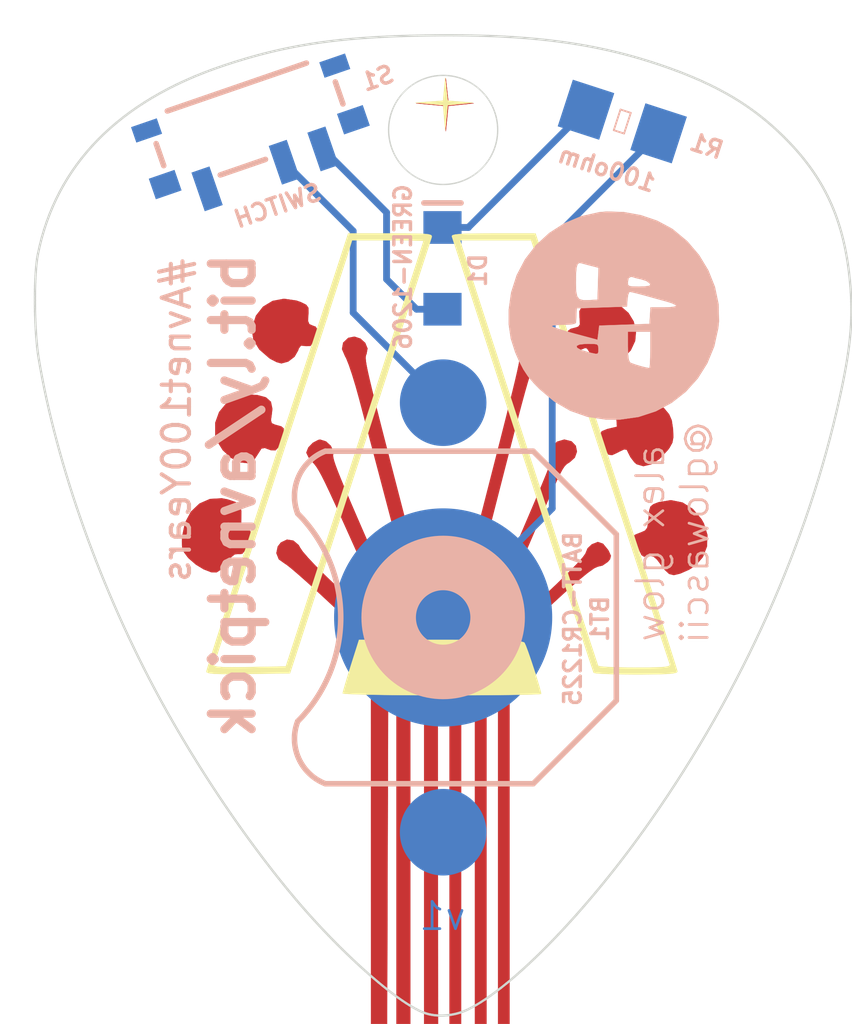
<source format=kicad_pcb>
(kicad_pcb (version 20171130) (host pcbnew "(5.1.5-0-10_14)")

  (general
    (thickness 1.6)
    (drawings 6)
    (tracks 15)
    (zones 0)
    (modules 9)
    (nets 6)
  )

  (page A4)
  (layers
    (0 F.Cu signal)
    (31 B.Cu signal)
    (32 B.Adhes user)
    (33 F.Adhes user)
    (34 B.Paste user)
    (35 F.Paste user)
    (36 B.SilkS user)
    (37 F.SilkS user)
    (38 B.Mask user)
    (39 F.Mask user)
    (40 Dwgs.User user)
    (41 Cmts.User user)
    (42 Eco1.User user)
    (43 Eco2.User user)
    (44 Edge.Cuts user)
    (45 Margin user)
    (46 B.CrtYd user)
    (47 F.CrtYd user)
    (48 B.Fab user)
    (49 F.Fab user)
  )

  (setup
    (last_trace_width 0.25)
    (trace_clearance 0.2)
    (zone_clearance 0.508)
    (zone_45_only no)
    (trace_min 0.2)
    (via_size 0.8)
    (via_drill 0.4)
    (via_min_size 0.4)
    (via_min_drill 0.3)
    (uvia_size 0.3)
    (uvia_drill 0.1)
    (uvias_allowed no)
    (uvia_min_size 0.2)
    (uvia_min_drill 0.1)
    (edge_width 0.05)
    (segment_width 0.2)
    (pcb_text_width 0.3)
    (pcb_text_size 1.5 1.5)
    (mod_edge_width 0.12)
    (mod_text_size 1 1)
    (mod_text_width 0.15)
    (pad_size 1.524 1.524)
    (pad_drill 0.762)
    (pad_to_mask_clearance 0.051)
    (solder_mask_min_width 0.25)
    (aux_axis_origin 0 0)
    (visible_elements FFFFFF7F)
    (pcbplotparams
      (layerselection 0x010fc_ffffffff)
      (usegerberextensions false)
      (usegerberattributes false)
      (usegerberadvancedattributes false)
      (creategerberjobfile false)
      (excludeedgelayer true)
      (linewidth 0.100000)
      (plotframeref false)
      (viasonmask false)
      (mode 1)
      (useauxorigin false)
      (hpglpennumber 1)
      (hpglpenspeed 20)
      (hpglpendiameter 15.000000)
      (psnegative false)
      (psa4output false)
      (plotreference true)
      (plotvalue true)
      (plotinvisibletext false)
      (padsonsilk false)
      (subtractmaskfromsilk false)
      (outputformat 1)
      (mirror false)
      (drillshape 1)
      (scaleselection 1)
      (outputdirectory ""))
  )

  (net 0 "")
  (net 1 "Net-(D1-PadC)")
  (net 2 "Net-(BT1-PadGND)")
  (net 3 "Net-(BT1-PadPWR@)")
  (net 4 "Net-(D1-PadA)")
  (net 5 "Net-(S1-Pad3)")

  (net_class Default "This is the default net class."
    (clearance 0.2)
    (trace_width 0.25)
    (via_dia 0.8)
    (via_drill 0.4)
    (uvia_dia 0.3)
    (uvia_drill 0.1)
    (add_net "Net-(BT1-PadGND)")
    (add_net "Net-(BT1-PadPWR@)")
    (add_net "Net-(D1-PadA)")
    (add_net "Net-(D1-PadC)")
    (add_net "Net-(S1-Pad3)")
  )

  (module alexglow-footprints:hlogoTiny (layer B.Cu) (tedit 600E2129) (tstamp 611C4FFA)
    (at 136.2 83.325)
    (fp_text reference " " (at 0 0) (layer B.SilkS) hide
      (effects (font (size 1.524 1.524) (thickness 0.3)) (justify mirror))
    )
    (fp_text value " " (at 0.75 0) (layer B.SilkS) hide
      (effects (font (size 1.524 1.524) (thickness 0.3)) (justify mirror))
    )
    (fp_poly (pts (xy 0.96307 3.698113) (xy 1.600978 3.489318) (xy 2.182032 3.178598) (xy 2.69637 2.775715)
      (xy 3.134135 2.290431) (xy 3.485466 1.732507) (xy 3.740505 1.111707) (xy 3.889393 0.437792)
      (xy 3.91433 0.194914) (xy 3.898804 -0.440859) (xy 3.765829 -1.070276) (xy 3.524451 -1.675618)
      (xy 3.183711 -2.239169) (xy 2.752655 -2.74321) (xy 2.240323 -3.170025) (xy 2.17371 -3.215279)
      (xy 1.649073 -3.495858) (xy 1.054974 -3.697845) (xy 0.427584 -3.813151) (xy -0.196925 -3.833688)
      (xy -0.478527 -3.808387) (xy -1.145466 -3.658181) (xy -1.76114 -3.399154) (xy -2.315181 -3.04246)
      (xy -2.797226 -2.599249) (xy -3.196906 -2.080674) (xy -3.503857 -1.497885) (xy -3.586268 -1.240831)
      (xy -1.3335 -1.240831) (xy -1.327858 -1.566507) (xy -1.308084 -1.782011) (xy -1.26991 -1.903784)
      (xy -1.209067 -1.948271) (xy -1.151356 -1.942421) (xy -1.027018 -1.908362) (xy -0.841359 -1.859298)
      (xy -0.775533 -1.842201) (xy -0.503316 -1.771843) (xy -0.520282 -1.227666) (xy 0.5715 -1.227666)
      (xy 0.600035 -1.390403) (xy 0.687652 -1.442385) (xy 0.758683 -1.426277) (xy 0.892057 -1.386678)
      (xy 1.04775 -1.351867) (xy 1.253105 -1.28745) (xy 1.375135 -1.196004) (xy 1.397 -1.135224)
      (xy 1.339082 -1.106846) (xy 1.187544 -1.086776) (xy 0.98425 -1.0795) (xy 0.76212 -1.082617)
      (xy 0.638367 -1.098811) (xy 0.584401 -1.138346) (xy 0.57163 -1.211485) (xy 0.5715 -1.227666)
      (xy -0.520282 -1.227666) (xy -0.521533 -1.187546) (xy -0.53975 -0.60325) (xy -0.846309 -0.583694)
      (xy -1.060921 -0.58099) (xy -1.20167 -0.619346) (xy -1.283819 -0.719348) (xy -1.322631 -0.901582)
      (xy -1.333368 -1.186635) (xy -1.3335 -1.240831) (xy -3.586268 -1.240831) (xy -3.707712 -0.862034)
      (xy -3.795264 -0.240277) (xy -3.795472 0.315711) (xy -3.787801 0.367228) (xy -2.2225 0.367228)
      (xy -2.164373 0.342718) (xy -2.011402 0.324958) (xy -1.795706 0.31754) (xy -1.778 0.3175)
      (xy -1.516426 0.308554) (xy -1.370037 0.280463) (xy -1.32803 0.238125) (xy -1.321467 0.123545)
      (xy -1.312876 -0.048198) (xy -1.312155 -0.0635) (xy -1.30175 -0.28575) (xy 0.53975 -0.34925)
      (xy 0.559276 -0.619125) (xy 0.584913 -0.784031) (xy 0.626284 -0.879493) (xy 0.644132 -0.889)
      (xy 0.732795 -0.872874) (xy 0.909176 -0.830125) (xy 1.138927 -0.769189) (xy 1.196106 -0.753379)
      (xy 1.48512 -0.673074) (xy 1.778253 -0.592012) (xy 2.01285 -0.527518) (xy 2.016125 -0.526623)
      (xy 2.200326 -0.466378) (xy 2.321399 -0.407816) (xy 2.3495 -0.376494) (xy 2.291214 -0.348204)
      (xy 2.137116 -0.32732) (xy 1.918344 -0.317728) (xy 1.876729 -0.3175) (xy 1.403958 -0.3175)
      (xy 1.36525 0.28575) (xy -0.47625 0.34925) (xy -0.508 0.609254) (xy -0.53975 0.869257)
      (xy -1.381125 0.643106) (xy -1.686833 0.557519) (xy -1.942925 0.479312) (xy -2.127131 0.415788)
      (xy -2.217177 0.37425) (xy -2.2225 0.367228) (xy -3.787801 0.367228) (xy -3.720224 0.821045)
      (xy -3.632552 1.09612) (xy -1.309525 1.09612) (xy -1.210846 1.044669) (xy -0.990353 1.018056)
      (xy -0.885253 1.016) (xy -0.67566 1.018568) (xy -0.562984 1.036397) (xy -0.517143 1.084678)
      (xy -0.515325 1.103475) (xy 0.5715 1.103475) (xy 0.5715 0.5715) (xy 1.397 0.5715)
      (xy 1.397 1.23825) (xy 1.393862 1.511962) (xy 1.385378 1.731219) (xy 1.372939 1.86979)
      (xy 1.361619 1.905) (xy 1.242834 1.886719) (xy 1.061954 1.841553) (xy 0.868727 1.784021)
      (xy 0.712898 1.728645) (xy 0.650875 1.69756) (xy 0.604402 1.591472) (xy 0.577918 1.364094)
      (xy 0.5715 1.103475) (xy -0.515325 1.103475) (xy -0.508055 1.178601) (xy -0.508 1.2065)
      (xy -0.509841 1.321659) (xy -0.534892 1.377726) (xy -0.612444 1.384062) (xy -0.77179 1.350028)
      (xy -0.876756 1.324336) (xy -1.142273 1.24347) (xy -1.286599 1.164892) (xy -1.309525 1.09612)
      (xy -3.632552 1.09612) (xy -3.559715 1.324646) (xy -3.416173 1.651) (xy -3.255506 1.958811)
      (xy -3.083537 2.217173) (xy -2.866492 2.472412) (xy -2.671818 2.671886) (xy -2.127245 3.131612)
      (xy -1.54339 3.470844) (xy -0.916452 3.691027) (xy -0.242632 3.793608) (xy 0.278165 3.795221)
      (xy 0.96307 3.698113)) (layer B.SilkS) (width 0.01))
  )

  (module Avnet100:block-mask-guitar-POSITIVE-300dpi (layer F.Cu) (tedit 0) (tstamp 611C1EA5)
    (at 130.4 90.2)
    (fp_text reference G*** (at 0 0) (layer F.SilkS) hide
      (effects (font (size 1.524 1.524) (thickness 0.3)))
    )
    (fp_text value LOGO (at 0.75 0) (layer F.SilkS) hide
      (effects (font (size 1.524 1.524) (thickness 0.3)))
    )
    (fp_poly (pts (xy -5.839679 1.368278) (xy -5.661187 1.521068) (xy -5.591517 1.654648) (xy -5.516555 1.769604)
      (xy -5.339658 1.975427) (xy -5.083192 2.247995) (xy -4.769521 2.563182) (xy -4.57226 2.754042)
      (xy -4.178085 3.132058) (xy -3.770288 3.526281) (xy -3.390258 3.896506) (xy -3.079383 4.202525)
      (xy -3.005926 4.275667) (xy -2.413 4.868333) (xy -2.435593 11.959167) (xy -2.458186 19.05)
      (xy -3.048 19.05) (xy -3.048 5.072375) (xy -3.999556 4.166021) (xy -4.558879 3.633909)
      (xy -5.009535 3.207127) (xy -5.364964 2.873685) (xy -5.638603 2.621594) (xy -5.843893 2.438862)
      (xy -5.994273 2.313502) (xy -6.103181 2.233522) (xy -6.184057 2.186932) (xy -6.24397 2.163646)
      (xy -6.430873 2.034152) (xy -6.505821 1.827537) (xy -6.469179 1.593406) (xy -6.321308 1.381361)
      (xy -6.237778 1.317992) (xy -6.053357 1.289396) (xy -5.839679 1.368278)) (layer F.Mask) (width 0.01))
    (fp_poly (pts (xy -4.703428 -2.305341) (xy -4.526421 -2.146777) (xy -4.43065 -1.951097) (xy -4.432066 -1.844057)
      (xy -4.415806 -1.69579) (xy -4.332226 -1.41642) (xy -4.188537 -1.026894) (xy -3.991952 -0.548156)
      (xy -3.960985 -0.476051) (xy -3.758597 -0.006197) (xy -3.558818 0.459336) (xy -3.381134 0.875027)
      (xy -3.245031 1.195353) (xy -3.213561 1.27) (xy -3.105107 1.52352) (xy -2.943195 1.896153)
      (xy -2.743381 2.352383) (xy -2.521221 2.85669) (xy -2.29547 3.366348) (xy -1.608667 4.912363)
      (xy -1.608667 19.05) (xy -2.116667 19.05) (xy -2.116667 4.971947) (xy -2.667594 3.756245)
      (xy -2.916506 3.206144) (xy -3.201632 2.574681) (xy -3.489962 1.935032) (xy -3.748486 1.360374)
      (xy -3.77945 1.291438) (xy -4.09959 0.580173) (xy -4.359781 0.006915) (xy -4.568451 -0.445241)
      (xy -4.734028 -0.793203) (xy -4.864939 -1.053877) (xy -4.969611 -1.24417) (xy -5.056472 -1.380988)
      (xy -5.133948 -1.481238) (xy -5.193271 -1.544907) (xy -5.341856 -1.726154) (xy -5.416573 -1.881251)
      (xy -5.418667 -1.901152) (xy -5.348744 -2.081701) (xy -5.181792 -2.254565) (xy -4.982038 -2.360383)
      (xy -4.910667 -2.370667) (xy -4.703428 -2.305341)) (layer F.Mask) (width 0.01))
    (fp_poly (pts (xy -3.435898 -6.072883) (xy -3.261783 -5.916818) (xy -3.17608 -5.713754) (xy -3.212844 -5.511723)
      (xy -3.234044 -5.425967) (xy -3.229955 -5.279016) (xy -3.197087 -5.053147) (xy -3.131951 -4.730638)
      (xy -3.031058 -4.293766) (xy -2.890918 -3.724808) (xy -2.757481 -3.198879) (xy -2.493668 -2.168105)
      (xy -2.266443 -1.281613) (xy -2.07064 -0.519577) (xy -1.901092 0.137828) (xy -1.752634 0.710426)
      (xy -1.620101 1.218041) (xy -1.498327 1.680497) (xy -1.382146 2.11762) (xy -1.266393 2.549234)
      (xy -1.145902 2.995163) (xy -1.085623 3.217333) (xy -0.6372 4.868333) (xy -0.612611 11.959167)
      (xy -0.588022 19.05) (xy -1.100667 19.05) (xy -1.100667 5.178799) (xy -1.611731 3.245566)
      (xy -1.918198 2.085572) (xy -2.240596 0.863992) (xy -2.567291 -0.375029) (xy -2.88665 -1.587345)
      (xy -3.187039 -2.728812) (xy -3.456823 -3.755283) (xy -3.482308 -3.852333) (xy -3.612634 -4.324781)
      (xy -3.742672 -4.753997) (xy -3.861414 -5.106564) (xy -3.95785 -5.349066) (xy -4.002107 -5.430165)
      (xy -4.113391 -5.68916) (xy -4.070997 -5.925325) (xy -3.885735 -6.10078) (xy -3.657517 -6.146141)
      (xy -3.435898 -6.072883)) (layer F.Mask) (width 0.01))
    (fp_poly (pts (xy 2.983275 -6.11332) (xy 3.099454 -6.055476) (xy 3.255494 -5.870886) (xy 3.296039 -5.639369)
      (xy 3.22359 -5.422425) (xy 3.068394 -5.292424) (xy 2.999644 -5.264093) (xy 2.945742 -5.233883)
      (xy 2.899073 -5.180381) (xy 2.852026 -5.082174) (xy 2.796988 -4.917849) (xy 2.726347 -4.665992)
      (xy 2.632489 -4.30519) (xy 2.507804 -3.814031) (xy 2.420985 -3.471333) (xy 2.178084 -2.514834)
      (xy 1.933853 -1.554907) (xy 1.692873 -0.609433) (xy 1.459724 0.303709) (xy 1.238985 1.16664)
      (xy 1.035237 1.961479) (xy 0.85306 2.670348) (xy 0.697033 3.275366) (xy 0.571738 3.758654)
      (xy 0.481753 4.102332) (xy 0.458199 4.191) (xy 0.254427 4.953) (xy 0.254213 12.0015)
      (xy 0.254 19.05) (xy -0.169334 19.05) (xy -0.169334 4.89717) (xy 0.471514 2.385085)
      (xy 0.65847 1.652582) (xy 0.856281 0.878181) (xy 1.054286 0.103568) (xy 1.241825 -0.629568)
      (xy 1.40824 -1.279541) (xy 1.536028 -1.778) (xy 1.758859 -2.647957) (xy 1.942363 -3.368926)
      (xy 2.089947 -3.955771) (xy 2.205016 -4.423358) (xy 2.290974 -4.786552) (xy 2.351229 -5.060216)
      (xy 2.389184 -5.259216) (xy 2.408247 -5.398416) (xy 2.411822 -5.492682) (xy 2.403315 -5.556878)
      (xy 2.402503 -5.560066) (xy 2.403556 -5.824267) (xy 2.528588 -6.024365) (xy 2.735771 -6.130627)
      (xy 2.983275 -6.11332)) (layer F.Mask) (width 0.01))
    (fp_poly (pts (xy 4.320047 -2.291615) (xy 4.452598 -2.069055) (xy 4.471592 -1.965746) (xy 4.463692 -1.758471)
      (xy 4.360105 -1.621279) (xy 4.24083 -1.544343) (xy 4.12176 -1.458729) (xy 4.007964 -1.330677)
      (xy 3.886698 -1.137032) (xy 3.745217 -0.85464) (xy 3.570778 -0.460348) (xy 3.350638 0.068998)
      (xy 3.344233 0.084667) (xy 3.261147 0.283313) (xy 3.121262 0.612443) (xy 2.935232 1.047223)
      (xy 2.713708 1.562818) (xy 2.467345 2.134393) (xy 2.206795 2.737112) (xy 2.169631 2.822939)
      (xy 1.185333 5.095545) (xy 1.185333 19.05) (xy 0.762 19.05) (xy 0.762 12.027472)
      (xy 0.761999 5.004944) (xy 1.829467 2.523639) (xy 2.224781 1.604373) (xy 2.558045 0.828184)
      (xy 2.834318 0.182681) (xy 3.058656 -0.344527) (xy 3.236116 -0.765831) (xy 3.371756 -1.093622)
      (xy 3.470635 -1.340292) (xy 3.537808 -1.518232) (xy 3.578334 -1.639832) (xy 3.597269 -1.717484)
      (xy 3.599673 -1.76358) (xy 3.590601 -1.79051) (xy 3.590413 -1.790815) (xy 3.565762 -1.970883)
      (xy 3.648297 -2.175309) (xy 3.806012 -2.332019) (xy 3.838204 -2.348824) (xy 4.10205 -2.392854)
      (xy 4.320047 -2.291615)) (layer F.Mask) (width 0.01))
    (fp_poly (pts (xy 5.421674 1.42098) (xy 5.594915 1.578628) (xy 5.724127 1.765673) (xy 5.757333 1.883145)
      (xy 5.69138 2.036024) (xy 5.534865 2.190758) (xy 5.349799 2.299188) (xy 5.201762 2.314608)
      (xy 5.097131 2.356403) (xy 4.882402 2.513721) (xy 4.5651 2.78027) (xy 4.152746 3.149756)
      (xy 3.704333 3.567222) (xy 3.295832 3.954842) (xy 2.921966 4.313206) (xy 2.602868 4.622728)
      (xy 2.358671 4.86382) (xy 2.209508 5.016893) (xy 2.180166 5.050071) (xy 2.153437 5.091436)
      (xy 2.130115 5.152225) (xy 2.109971 5.243493) (xy 2.092774 5.376291) (xy 2.078292 5.561673)
      (xy 2.066294 5.810691) (xy 2.056551 6.134398) (xy 2.04883 6.543847) (xy 2.0429 7.050091)
      (xy 2.038532 7.664182) (xy 2.035494 8.397173) (xy 2.033555 9.260117) (xy 2.032484 10.264067)
      (xy 2.03205 11.420075) (xy 2.032 12.141854) (xy 2.032 19.05) (xy 1.608666 19.05)
      (xy 1.608666 4.931451) (xy 3.217333 3.433419) (xy 3.676368 3.000301) (xy 4.078061 2.610178)
      (xy 4.407898 2.277923) (xy 4.651366 2.018404) (xy 4.793951 1.846494) (xy 4.826 1.785149)
      (xy 4.895815 1.599399) (xy 5.059579 1.43353) (xy 5.248768 1.355135) (xy 5.262408 1.354667)
      (xy 5.421674 1.42098)) (layer F.Mask) (width 0.01))
    (fp_poly (pts (xy 8.412 -0.046808) (xy 8.790862 0.205849) (xy 9.100979 0.600166) (xy 9.157042 0.702899)
      (xy 9.286297 1.121751) (xy 9.270003 1.544641) (xy 9.120424 1.933147) (xy 8.849827 2.248846)
      (xy 8.6165 2.396033) (xy 8.283357 2.541525) (xy 8.052955 2.596191) (xy 7.881249 2.553628)
      (xy 7.724195 2.407433) (xy 7.605795 2.249112) (xy 7.434906 2.024118) (xy 7.306682 1.915752)
      (xy 7.177998 1.894646) (xy 7.103317 1.906907) (xy 6.963826 1.921974) (xy 6.872621 1.865871)
      (xy 6.792607 1.702611) (xy 6.740066 1.554503) (xy 6.661823 1.279446) (xy 6.669313 1.118512)
      (xy 6.773493 1.033896) (xy 6.900333 1.001531) (xy 7.013819 0.944545) (xy 7.06571 0.797918)
      (xy 7.076898 0.62502) (xy 7.100835 0.3032) (xy 7.17485 0.103849) (xy 7.327251 -0.018491)
      (xy 7.52269 -0.090882) (xy 7.983056 -0.148739) (xy 8.412 -0.046808)) (layer F.Mask) (width 0.01))
    (fp_poly (pts (xy -8.239352 -0.165452) (xy -7.98339 -0.062901) (xy -7.848731 0.065203) (xy -7.802523 0.269954)
      (xy -7.806333 0.508) (xy -7.808875 0.746279) (xy -7.769877 0.864604) (xy -7.669626 0.910939)
      (xy -7.63865 0.916055) (xy -7.517862 0.941746) (xy -7.46557 0.999577) (xy -7.478044 1.128163)
      (xy -7.551554 1.366117) (xy -7.585505 1.46623) (xy -7.679092 1.70458) (xy -7.766152 1.813179)
      (xy -7.878111 1.827299) (xy -7.903005 1.8226) (xy -8.045229 1.83482) (xy -8.195203 1.953615)
      (xy -8.342864 2.13991) (xy -8.540533 2.385232) (xy -8.711938 2.496893) (xy -8.911089 2.490328)
      (xy -9.189837 2.381962) (xy -9.603452 2.120813) (xy -9.871302 1.786648) (xy -9.986492 1.388867)
      (xy -9.990667 1.290235) (xy -9.93367 0.881087) (xy -9.781286 0.479789) (xy -9.561428 0.147881)
      (xy -9.409042 0.007862) (xy -9.012462 -0.177088) (xy -8.567812 -0.225268) (xy -8.239352 -0.165452)) (layer F.Mask) (width 0.01))
    (fp_poly (pts (xy 7.013234 -3.924554) (xy 7.425347 -3.750294) (xy 7.739878 -3.483635) (xy 7.90332 -3.267087)
      (xy 7.991064 -3.01619) (xy 8.025487 -2.754055) (xy 8.037449 -2.459984) (xy 8.000371 -2.256749)
      (xy 7.895551 -2.068595) (xy 7.83647 -1.98844) (xy 7.547004 -1.682791) (xy 7.236534 -1.478696)
      (xy 6.93837 -1.391873) (xy 6.685818 -1.438039) (xy 6.678602 -1.442036) (xy 6.55052 -1.572472)
      (xy 6.435497 -1.775994) (xy 6.346976 -1.961385) (xy 6.25515 -2.015178) (xy 6.101064 -1.955305)
      (xy 6.011333 -1.905) (xy 5.791928 -1.802498) (xy 5.6551 -1.821243) (xy 5.559051 -1.979642)
      (xy 5.510696 -2.12548) (xy 5.436037 -2.367868) (xy 5.376653 -2.549101) (xy 5.364948 -2.581471)
      (xy 5.409633 -2.676404) (xy 5.611878 -2.758077) (xy 5.646154 -2.766615) (xy 5.969 -2.843247)
      (xy 5.940557 -3.277417) (xy 5.938596 -3.552858) (xy 5.998071 -3.727666) (xy 6.15084 -3.8349)
      (xy 6.428759 -3.907619) (xy 6.572086 -3.932794) (xy 7.013234 -3.924554)) (layer F.Mask) (width 0.01))
    (fp_poly (pts (xy -7.271883 -4.012422) (xy -6.929559 -3.935842) (xy -6.732915 -3.802096) (xy -6.661592 -3.587254)
      (xy -6.684483 -3.321981) (xy -6.718375 -3.094938) (xy -6.695925 -2.980454) (xy -6.597349 -2.925749)
      (xy -6.529349 -2.908108) (xy -6.338327 -2.854755) (xy -6.251146 -2.782654) (xy -6.251353 -2.646058)
      (xy -6.322495 -2.39922) (xy -6.333705 -2.364121) (xy -6.435095 -2.099518) (xy -6.548868 -1.979383)
      (xy -6.719543 -1.981928) (xy -6.944634 -2.065136) (xy -7.06381 -2.049566) (xy -7.164458 -1.879285)
      (xy -7.166842 -1.873023) (xy -7.315407 -1.619599) (xy -7.527222 -1.512199) (xy -7.824491 -1.541862)
      (xy -7.916877 -1.570361) (xy -8.303451 -1.781242) (xy -8.58096 -2.092753) (xy -8.740505 -2.469903)
      (xy -8.773187 -2.877699) (xy -8.670107 -3.28115) (xy -8.439861 -3.626893) (xy -8.077668 -3.895797)
      (xy -7.638687 -4.019233) (xy -7.271883 -4.012422)) (layer F.Mask) (width 0.01))
    (fp_poly (pts (xy 5.748679 -7.40383) (xy 6.109644 -7.258597) (xy 6.391563 -7.015734) (xy 6.581811 -6.704062)
      (xy 6.667766 -6.352405) (xy 6.636806 -5.989585) (xy 6.476306 -5.644423) (xy 6.216968 -5.377473)
      (xy 5.861089 -5.169496) (xy 5.536805 -5.103654) (xy 5.265338 -5.1828) (xy 5.192447 -5.239818)
      (xy 5.036329 -5.428751) (xy 4.951965 -5.591259) (xy 4.870565 -5.715422) (xy 4.797184 -5.729246)
      (xy 4.635312 -5.663432) (xy 4.55201 -5.629849) (xy 4.436167 -5.633267) (xy 4.335114 -5.758279)
      (xy 4.237045 -6.023727) (xy 4.185465 -6.214909) (xy 4.176977 -6.359417) (xy 4.276363 -6.433657)
      (xy 4.388886 -6.461544) (xy 4.549545 -6.507044) (xy 4.611839 -6.592783) (xy 4.605932 -6.774561)
      (xy 4.596735 -6.846024) (xy 4.593946 -7.07917) (xy 4.676979 -7.236955) (xy 4.871246 -7.339599)
      (xy 5.202157 -7.407325) (xy 5.321289 -7.42261) (xy 5.748679 -7.40383)) (layer F.Mask) (width 0.01))
    (fp_poly (pts (xy -5.781715 -7.467782) (xy -5.618666 -7.408915) (xy -5.425864 -7.314468) (xy -5.346607 -7.205595)
      (xy -5.34212 -7.014956) (xy -5.348748 -6.940184) (xy -5.357512 -6.715886) (xy -5.311629 -6.603697)
      (xy -5.188222 -6.5494) (xy -5.183314 -6.548156) (xy -5.040023 -6.471774) (xy -5.038547 -6.360721)
      (xy -5.095412 -6.174473) (xy -5.13969 -5.985949) (xy -5.194496 -5.821467) (xy -5.304409 -5.781576)
      (xy -5.430094 -5.802177) (xy -5.606849 -5.819949) (xy -5.669815 -5.755053) (xy -5.672667 -5.717685)
      (xy -5.741655 -5.547625) (xy -5.910046 -5.365182) (xy -6.11998 -5.220759) (xy -6.30751 -5.164667)
      (xy -6.497429 -5.210985) (xy -6.730444 -5.325523) (xy -6.779965 -5.357182) (xy -7.143899 -5.673664)
      (xy -7.3604 -6.025995) (xy -7.419592 -6.396646) (xy -7.410825 -6.477) (xy -7.267802 -6.914188)
      (xy -7.008556 -7.244768) (xy -6.657911 -7.455832) (xy -6.240689 -7.534473) (xy -5.781715 -7.467782)) (layer F.Mask) (width 0.01))
    (fp_poly (pts (xy -0.258776 -15.24) (xy -0.211667 -14.774333) (xy 0.254 -14.736775) (xy 0.719666 -14.699217)
      (xy 0.254 -14.652109) (xy -0.211667 -14.605) (xy -0.258776 -14.139333) (xy -0.305884 -13.673667)
      (xy -0.343442 -14.139333) (xy -0.381 -14.605) (xy -0.889 -14.65183) (xy -1.397 -14.698659)
      (xy -0.381 -14.774333) (xy -0.305884 -15.705667) (xy -0.258776 -15.24)) (layer F.Mask) (width 0.01))
  )

  (module Avnet100:guitar-copper-300dpi (layer F.Cu) (tedit 0) (tstamp 611C1D64)
    (at 130.15 90.225)
    (fp_text reference G*** (at 0 0) (layer F.SilkS) hide
      (effects (font (size 1.524 1.524) (thickness 0.3)))
    )
    (fp_text value LOGO (at 0.75 0) (layer F.SilkS) hide
      (effects (font (size 1.524 1.524) (thickness 0.3)))
    )
    (fp_poly (pts (xy -5.64074 1.33141) (xy -5.446816 1.497157) (xy -5.392173 1.596481) (xy -5.297248 1.735157)
      (xy -5.101683 1.962181) (xy -4.829638 2.251446) (xy -4.505269 2.576845) (xy -4.318 2.757309)
      (xy -3.92329 3.134324) (xy -3.51502 3.527823) (xy -3.134719 3.897561) (xy -2.823915 4.203291)
      (xy -2.751667 4.275278) (xy -2.159 4.868333) (xy -2.181593 11.959167) (xy -2.204186 19.05)
      (xy -2.794 19.05) (xy -2.794744 12.043833) (xy -2.795487 5.037667) (xy -4.285821 3.640667)
      (xy -4.711213 3.245939) (xy -5.104305 2.888762) (xy -5.445686 2.58617) (xy -5.715945 2.355199)
      (xy -5.895669 2.212884) (xy -5.954855 2.175949) (xy -6.1758 2.018001) (xy -6.265807 1.792138)
      (xy -6.215582 1.548242) (xy -6.099412 1.400087) (xy -5.875516 1.294265) (xy -5.64074 1.33141)) (layer F.Cu) (width 0.01))
    (fp_poly (pts (xy -4.444562 -2.303964) (xy -4.267876 -2.141471) (xy -4.176708 -1.939607) (xy -4.18057 -1.834483)
      (xy -4.186273 -1.780897) (xy -4.176678 -1.702198) (xy -4.14698 -1.58667) (xy -4.092375 -1.422597)
      (xy -4.008056 -1.198263) (xy -3.88922 -0.90195) (xy -3.731061 -0.521944) (xy -3.528774 -0.046527)
      (xy -3.277555 0.536015) (xy -2.972598 1.237401) (xy -2.609099 2.069345) (xy -2.182252 3.043565)
      (xy -2.148087 3.121471) (xy -1.354667 4.930609) (xy -1.354667 19.05) (xy -1.862667 19.05)
      (xy -1.862667 4.971947) (xy -2.413594 3.756245) (xy -2.662506 3.206144) (xy -2.947632 2.574681)
      (xy -3.235962 1.935032) (xy -3.494486 1.360374) (xy -3.52545 1.291438) (xy -3.84559 0.580173)
      (xy -4.105781 0.006915) (xy -4.314451 -0.445241) (xy -4.480028 -0.793203) (xy -4.610939 -1.053877)
      (xy -4.715611 -1.24417) (xy -4.802472 -1.380988) (xy -4.879948 -1.481238) (xy -4.939271 -1.544907)
      (xy -5.087856 -1.726154) (xy -5.162573 -1.881251) (xy -5.164667 -1.901152) (xy -5.094744 -2.081701)
      (xy -4.927792 -2.254565) (xy -4.728038 -2.360383) (xy -4.656667 -2.370667) (xy -4.444562 -2.303964)) (layer F.Cu) (width 0.01))
    (fp_poly (pts (xy -3.180473 -6.073021) (xy -3.007136 -5.915799) (xy -2.922896 -5.710966) (xy -2.960968 -5.507754)
      (xy -2.978924 -5.467849) (xy -2.990106 -5.416757) (xy -2.991792 -5.342856) (xy -2.981262 -5.234524)
      (xy -2.955794 -5.08014) (xy -2.912668 -4.868083) (xy -2.849162 -4.586729) (xy -2.762555 -4.224458)
      (xy -2.650126 -3.769648) (xy -2.509153 -3.210677) (xy -2.336917 -2.535924) (xy -2.130695 -1.733766)
      (xy -1.887767 -0.792582) (xy -1.605411 0.299249) (xy -1.562353 0.465667) (xy -1.402126 1.086398)
      (xy -1.217933 1.802368) (xy -1.02746 2.544686) (xy -0.848394 3.244459) (xy -0.758096 3.598333)
      (xy -0.348166 5.207) (xy -0.335884 19.05) (xy -0.846667 19.05) (xy -0.846667 5.152793)
      (xy -1.345286 3.274896) (xy -1.527812 2.586617) (xy -1.736584 1.797971) (xy -1.954838 0.972369)
      (xy -2.165812 0.173226) (xy -2.352741 -0.536047) (xy -2.356502 -0.550333) (xy -2.528802 -1.204739)
      (xy -2.712407 -1.901816) (xy -2.894398 -2.592531) (xy -3.061853 -3.227847) (xy -3.201854 -3.758733)
      (xy -3.226549 -3.852333) (xy -3.357451 -4.32471) (xy -3.48798 -4.753873) (xy -3.607095 -5.106422)
      (xy -3.703757 -5.348956) (xy -3.748107 -5.430165) (xy -3.859391 -5.68916) (xy -3.816997 -5.925325)
      (xy -3.631735 -6.10078) (xy -3.402231 -6.146668) (xy -3.180473 -6.073021)) (layer F.Cu) (width 0.01))
    (fp_poly (pts (xy 3.235296 -6.114509) (xy 3.353454 -6.055476) (xy 3.514216 -5.86418) (xy 3.548254 -5.62623)
      (xy 3.459144 -5.402642) (xy 3.307921 -5.27819) (xy 3.263079 -5.247363) (xy 3.217372 -5.191963)
      (xy 3.167262 -5.099798) (xy 3.109211 -4.958679) (xy 3.039682 -4.756418) (xy 2.955135 -4.480824)
      (xy 2.852034 -4.119708) (xy 2.72684 -3.66088) (xy 2.576016 -3.092151) (xy 2.396023 -2.401331)
      (xy 2.183324 -1.57623) (xy 1.93438 -0.60466) (xy 1.808355 -0.111592) (xy 0.514534 4.953)
      (xy 0.508 19.05) (xy 0.084666 19.05) (xy 0.084666 4.92429) (xy 0.502121 3.287645)
      (xy 0.652294 2.699211) (xy 0.830797 2.000279) (xy 1.023948 1.24439) (xy 1.218067 0.485087)
      (xy 1.399469 -0.224092) (xy 1.439623 -0.381) (xy 1.703556 -1.413126) (xy 1.928139 -2.293847)
      (xy 2.116334 -3.035719) (xy 2.271105 -3.651298) (xy 2.395415 -4.153141) (xy 2.492226 -4.553803)
      (xy 2.564501 -4.86584) (xy 2.615203 -5.10181) (xy 2.647295 -5.274268) (xy 2.66374 -5.395771)
      (xy 2.667501 -5.478874) (xy 2.66154 -5.536134) (xy 2.658861 -5.54795) (xy 2.659333 -5.81951)
      (xy 2.782283 -6.023981) (xy 2.98763 -6.132075) (xy 3.235296 -6.114509)) (layer F.Cu) (width 0.01))
    (fp_poly (pts (xy 4.560454 -2.306584) (xy 4.713548 -2.144791) (xy 4.756216 -1.930976) (xy 4.678277 -1.710824)
      (xy 4.491729 -1.542205) (xy 4.421116 -1.500324) (xy 4.358358 -1.452488) (xy 4.295284 -1.382373)
      (xy 4.223721 -1.273656) (xy 4.135495 -1.110011) (xy 4.022433 -0.875116) (xy 3.876364 -0.552647)
      (xy 3.689113 -0.126279) (xy 3.452508 0.420311) (xy 3.158376 1.103448) (xy 3.104933 1.227667)
      (xy 2.860471 1.794706) (xy 2.580065 2.443264) (xy 2.295597 3.099703) (xy 2.038946 3.690385)
      (xy 1.998934 3.782274) (xy 1.439333 5.066882) (xy 1.439333 19.05) (xy 1.016 19.05)
      (xy 1.016 5.004944) (xy 2.083467 2.523639) (xy 2.475488 1.612196) (xy 2.805712 0.843361)
      (xy 3.079286 0.204207) (xy 3.301358 -0.318197) (xy 3.477077 -0.73678) (xy 3.611589 -1.064471)
      (xy 3.710044 -1.314199) (xy 3.777588 -1.498894) (xy 3.819369 -1.631484) (xy 3.840535 -1.724899)
      (xy 3.846235 -1.792069) (xy 3.841616 -1.845922) (xy 3.83592 -1.877806) (xy 3.863718 -2.118639)
      (xy 4.023582 -2.29492) (xy 4.280575 -2.370107) (xy 4.307114 -2.370667) (xy 4.560454 -2.306584)) (layer F.Cu) (width 0.01))
    (fp_poly (pts (xy 5.712532 1.44576) (xy 5.895454 1.668708) (xy 5.923858 1.717078) (xy 6.000392 1.887821)
      (xy 5.969994 2.012223) (xy 5.889569 2.110881) (xy 5.696225 2.243597) (xy 5.521471 2.286)
      (xy 5.387854 2.345316) (xy 5.148447 2.516447) (xy 4.814848 2.789163) (xy 4.398653 3.153235)
      (xy 3.911459 3.598434) (xy 3.364862 4.114532) (xy 2.770458 4.691299) (xy 2.566679 4.892322)
      (xy 2.286 5.170311) (xy 2.286 19.05) (xy 1.862666 19.05) (xy 1.862666 4.931451)
      (xy 3.471333 3.433419) (xy 3.991984 2.942293) (xy 4.420834 2.524648) (xy 4.749525 2.189107)
      (xy 4.969696 1.944294) (xy 5.072987 1.798832) (xy 5.08 1.773979) (xy 5.146004 1.615779)
      (xy 5.300217 1.468278) (xy 5.521129 1.381747) (xy 5.712532 1.44576)) (layer F.Cu) (width 0.01))
    (fp_poly (pts (xy 8.626345 -0.065133) (xy 9.007243 0.171061) (xy 9.32392 0.548672) (xy 9.411042 0.702899)
      (xy 9.540297 1.121751) (xy 9.524003 1.544641) (xy 9.374424 1.933147) (xy 9.103827 2.248846)
      (xy 8.8705 2.396033) (xy 8.537357 2.541525) (xy 8.306955 2.596191) (xy 8.135249 2.553628)
      (xy 7.978195 2.407433) (xy 7.859795 2.249112) (xy 7.688906 2.024118) (xy 7.560682 1.915752)
      (xy 7.431998 1.894646) (xy 7.357317 1.906907) (xy 7.217634 1.921961) (xy 7.126385 1.865654)
      (xy 7.046334 1.701958) (xy 6.994537 1.555883) (xy 6.916303 1.322834) (xy 6.866904 1.169056)
      (xy 6.858 1.1362) (xy 6.928181 1.098576) (xy 7.09801 1.033577) (xy 7.107366 1.030302)
      (xy 7.25431 0.963598) (xy 7.33295 0.861636) (xy 7.369564 0.673093) (xy 7.382533 0.492853)
      (xy 7.403973 0.229561) (xy 7.452695 0.081651) (xy 7.563528 -0.00466) (xy 7.751002 -0.076143)
      (xy 8.201005 -0.150628) (xy 8.626345 -0.065133)) (layer F.Cu) (width 0.01))
    (fp_poly (pts (xy -8.057207 -0.179607) (xy -7.767215 -0.083755) (xy -7.610197 0.038677) (xy -7.551119 0.235402)
      (xy -7.552333 0.508) (xy -7.554875 0.746279) (xy -7.515877 0.864604) (xy -7.415626 0.910939)
      (xy -7.38465 0.916055) (xy -7.263862 0.941746) (xy -7.21157 0.999577) (xy -7.224044 1.128163)
      (xy -7.297554 1.366117) (xy -7.331505 1.46623) (xy -7.425092 1.70458) (xy -7.512152 1.813179)
      (xy -7.624111 1.827299) (xy -7.649005 1.8226) (xy -7.791229 1.83482) (xy -7.941203 1.953615)
      (xy -8.088864 2.13991) (xy -8.286533 2.385232) (xy -8.457938 2.496893) (xy -8.657089 2.490328)
      (xy -8.935837 2.381962) (xy -9.218422 2.209891) (xy -9.477154 1.985991) (xy -9.516274 1.942263)
      (xy -9.653848 1.757734) (xy -9.718833 1.585319) (xy -9.729877 1.354719) (xy -9.71959 1.175872)
      (xy -9.616504 0.676451) (xy -9.399094 0.270535) (xy -9.087819 -0.025196) (xy -8.703138 -0.194059)
      (xy -8.265511 -0.219373) (xy -8.057207 -0.179607)) (layer F.Cu) (width 0.01))
    (fp_poly (pts (xy 7.628198 -3.771878) (xy 7.954448 -3.518019) (xy 8.135329 -3.300595) (xy 8.231772 -3.078671)
      (xy 8.277974 -2.771945) (xy 8.279417 -2.754898) (xy 8.291465 -2.460687) (xy 8.254661 -2.257502)
      (xy 8.150373 -2.069757) (xy 8.09047 -1.98844) (xy 7.789415 -1.66616) (xy 7.482527 -1.466162)
      (xy 7.193502 -1.397134) (xy 6.946039 -1.467766) (xy 6.862859 -1.538289) (xy 6.718966 -1.726396)
      (xy 6.641596 -1.877592) (xy 6.584381 -1.997373) (xy 6.490652 -2.01438) (xy 6.313216 -1.932053)
      (xy 6.265333 -1.905) (xy 6.045928 -1.802498) (xy 5.9091 -1.821243) (xy 5.813051 -1.979642)
      (xy 5.764696 -2.12548) (xy 5.690037 -2.367868) (xy 5.630653 -2.549101) (xy 5.618948 -2.581471)
      (xy 5.663633 -2.676404) (xy 5.865878 -2.758077) (xy 5.900154 -2.766615) (xy 6.223 -2.843247)
      (xy 6.194557 -3.277417) (xy 6.192908 -3.557928) (xy 6.255443 -3.732341) (xy 6.415361 -3.838447)
      (xy 6.705858 -3.91404) (xy 6.763631 -3.925251) (xy 7.205349 -3.9265) (xy 7.628198 -3.771878)) (layer F.Cu) (width 0.01))
    (fp_poly (pts (xy -6.975661 -4.007259) (xy -6.648498 -3.920473) (xy -6.465964 -3.757761) (xy -6.412901 -3.499248)
      (xy -6.435262 -3.298746) (xy -6.465511 -3.080627) (xy -6.434697 -2.972476) (xy -6.320341 -2.919384)
      (xy -6.275349 -2.908108) (xy -6.084327 -2.854755) (xy -5.997146 -2.782654) (xy -5.997353 -2.646058)
      (xy -6.068495 -2.39922) (xy -6.079705 -2.364121) (xy -6.181179 -2.099469) (xy -6.29502 -1.979306)
      (xy -6.465536 -1.981829) (xy -6.688739 -2.064409) (xy -6.812341 -2.04363) (xy -6.928858 -1.863204)
      (xy -6.929144 -1.862557) (xy -7.095131 -1.608168) (xy -7.315531 -1.506986) (xy -7.598292 -1.538694)
      (xy -7.933019 -1.704263) (xy -8.230709 -1.98213) (xy -8.441886 -2.318219) (xy -8.507765 -2.532686)
      (xy -8.508507 -2.984922) (xy -8.365841 -3.381243) (xy -8.102171 -3.700084) (xy -7.739902 -3.919884)
      (xy -7.301436 -4.019079) (xy -6.975661 -4.007259)) (layer F.Cu) (width 0.01))
    (fp_poly (pts (xy 6.002679 -7.40383) (xy 6.363644 -7.258597) (xy 6.645563 -7.015734) (xy 6.835811 -6.704062)
      (xy 6.921766 -6.352405) (xy 6.890806 -5.989585) (xy 6.730306 -5.644423) (xy 6.470968 -5.377473)
      (xy 6.115089 -5.169496) (xy 5.790805 -5.103654) (xy 5.519338 -5.1828) (xy 5.446447 -5.239818)
      (xy 5.290329 -5.428751) (xy 5.205965 -5.591259) (xy 5.124565 -5.715422) (xy 5.051184 -5.729246)
      (xy 4.889312 -5.663432) (xy 4.80601 -5.629849) (xy 4.690167 -5.633267) (xy 4.589114 -5.758279)
      (xy 4.491045 -6.023727) (xy 4.439465 -6.214909) (xy 4.430977 -6.359417) (xy 4.530363 -6.433657)
      (xy 4.642886 -6.461544) (xy 4.803545 -6.507044) (xy 4.865839 -6.592783) (xy 4.859932 -6.774561)
      (xy 4.850735 -6.846024) (xy 4.847946 -7.07917) (xy 4.930979 -7.236955) (xy 5.125246 -7.339599)
      (xy 5.456157 -7.407325) (xy 5.575289 -7.42261) (xy 6.002679 -7.40383)) (layer F.Cu) (width 0.01))
    (fp_poly (pts (xy -5.527715 -7.467782) (xy -5.364666 -7.408915) (xy -5.171864 -7.314468) (xy -5.092607 -7.205595)
      (xy -5.08812 -7.014956) (xy -5.094748 -6.940184) (xy -5.103421 -6.715696) (xy -5.057489 -6.603456)
      (xy -4.934465 -6.549453) (xy -4.931777 -6.548775) (xy -4.822452 -6.508559) (xy -4.779226 -6.434336)
      (xy -4.801399 -6.288359) (xy -4.888273 -6.032885) (xy -4.92062 -5.945881) (xy -5.012307 -5.807421)
      (xy -5.170893 -5.798742) (xy -5.201963 -5.805968) (xy -5.365274 -5.816318) (xy -5.446552 -5.708458)
      (xy -5.465376 -5.643044) (xy -5.598732 -5.410608) (xy -5.830243 -5.232728) (xy -6.080501 -5.164667)
      (xy -6.251312 -5.210336) (xy -6.473476 -5.323474) (xy -6.525965 -5.357182) (xy -6.889899 -5.673664)
      (xy -7.1064 -6.025995) (xy -7.165592 -6.396646) (xy -7.156825 -6.477) (xy -7.013802 -6.914188)
      (xy -6.754556 -7.244768) (xy -6.403911 -7.455832) (xy -5.986689 -7.534473) (xy -5.527715 -7.467782)) (layer F.Cu) (width 0.01))
    (fp_poly (pts (xy -0.005098 -15.197667) (xy 0.042333 -14.774333) (xy 0.508 -14.736775) (xy 0.973666 -14.699217)
      (xy 0.508 -14.652109) (xy 0.042333 -14.605) (xy -0.004776 -14.139333) (xy -0.051884 -13.673667)
      (xy -0.089442 -14.139333) (xy -0.127 -14.605) (xy -0.635 -14.65183) (xy -1.143 -14.698659)
      (xy -0.127 -14.774333) (xy -0.089764 -15.197667) (xy -0.052528 -15.621) (xy -0.005098 -15.197667)) (layer F.Cu) (width 0.01))
  )

  (module Avnet100:logo-silk-300dpi (layer F.Cu) (tedit 0) (tstamp 611EE8FE)
    (at 130.125 90.2)
    (fp_text reference G*** (at 0 0) (layer F.SilkS) hide
      (effects (font (size 1.524 1.524) (thickness 0.3)))
    )
    (fp_text value LOGO (at 0.75 0) (layer F.SilkS) hide
      (effects (font (size 1.524 1.524) (thickness 0.3)))
    )
    (fp_poly (pts (xy 0.619683 4.996741) (xy 1.302318 5.001269) (xy 1.842109 5.009371) (xy 2.252291 5.021504)
      (xy 2.546099 5.038122) (xy 2.736767 5.05968) (xy 2.83753 5.086634) (xy 2.857491 5.101167)
      (xy 2.908611 5.21186) (xy 2.994486 5.442582) (xy 3.101311 5.751143) (xy 3.21528 6.095349)
      (xy 3.322586 6.433011) (xy 3.409424 6.721936) (xy 3.461988 6.919933) (xy 3.471333 6.977067)
      (xy 3.389548 6.987653) (xy 3.155716 6.997481) (xy 2.787123 7.006312) (xy 2.301056 7.013908)
      (xy 1.714801 7.020029) (xy 1.045642 7.024438) (xy 0.310867 7.026895) (xy -0.169334 7.027333)
      (xy -0.936066 7.025745) (xy -1.647882 7.021205) (xy -2.287498 7.014049) (xy -2.837627 7.004612)
      (xy -3.280983 6.99323) (xy -3.600281 6.980238) (xy -3.778234 6.965972) (xy -3.81 6.956649)
      (xy -3.785755 6.852289) (xy -3.719837 6.621467) (xy -3.622477 6.298905) (xy -3.510663 5.940649)
      (xy -3.211325 4.995333) (xy -0.21903 4.995333) (xy 0.619683 4.996741)) (layer F.SilkS) (width 0.01))
    (fp_poly (pts (xy -1.503691 -9.904971) (xy -1.10266 -9.900454) (xy -0.827427 -9.890309) (xy -0.656228 -9.872394)
      (xy -0.567297 -9.844566) (xy -0.53887 -9.804684) (xy -0.546647 -9.757833) (xy -0.579381 -9.6579)
      (xy -0.6608 -9.40806) (xy -0.787279 -9.019462) (xy -0.955196 -8.50325) (xy -1.160927 -7.870571)
      (xy -1.400849 -7.132572) (xy -1.671338 -6.300399) (xy -1.96877 -5.385197) (xy -2.289523 -4.398114)
      (xy -2.629972 -3.350295) (xy -2.986495 -2.252886) (xy -3.168266 -1.693333) (xy -5.739829 6.223)
      (xy -7.272581 6.246076) (xy -7.841522 6.252079) (xy -8.259941 6.249818) (xy -8.546495 6.238262)
      (xy -8.719842 6.216385) (xy -8.798638 6.183158) (xy -8.808431 6.16141) (xy -8.78314 6.067387)
      (xy -8.734441 5.9077) (xy -8.530582 5.9077) (xy -8.512724 5.949166) (xy -8.409625 5.977344)
      (xy -8.201658 5.993515) (xy -7.869198 5.99896) (xy -7.392619 5.994959) (xy -7.233318 5.992367)
      (xy -5.895496 5.969) (xy -3.371082 -1.818516) (xy -3.012797 -2.924012) (xy -2.669682 -3.983159)
      (xy -2.345292 -4.984948) (xy -2.043187 -5.918372) (xy -1.766923 -6.772423) (xy -1.52006 -7.536092)
      (xy -1.306155 -8.198371) (xy -1.128765 -8.748253) (xy -0.991448 -9.174729) (xy -0.897763 -9.466792)
      (xy -0.851268 -9.613433) (xy -0.846667 -9.629016) (xy -0.926528 -9.636902) (xy -1.146893 -9.643622)
      (xy -1.478933 -9.648668) (xy -1.893818 -9.651535) (xy -2.155599 -9.652) (xy -3.46453 -9.652)
      (xy -3.628465 -9.122833) (xy -3.675974 -8.97366) (xy -3.770191 -8.681593) (xy -3.906595 -8.260497)
      (xy -4.080665 -7.724233) (xy -4.287878 -7.086664) (xy -4.523714 -6.361653) (xy -4.783652 -5.563063)
      (xy -5.06317 -4.704757) (xy -5.357748 -3.800598) (xy -5.662863 -2.864448) (xy -5.973995 -1.910169)
      (xy -6.286622 -0.951626) (xy -6.596223 -0.002681) (xy -6.898277 0.922805) (xy -7.188262 1.810966)
      (xy -7.461658 2.647942) (xy -7.713942 3.419869) (xy -7.940595 4.112885) (xy -8.137093 4.713126)
      (xy -8.298917 5.20673) (xy -8.421545 5.579834) (xy -8.500456 5.818576) (xy -8.530582 5.9077)
      (xy -8.734441 5.9077) (xy -8.708743 5.823437) (xy -8.588778 5.440574) (xy -8.426785 4.929812)
      (xy -8.226302 4.302167) (xy -7.990869 3.568652) (xy -7.724025 2.740282) (xy -7.429308 1.828071)
      (xy -7.110259 0.843035) (xy -6.770417 -0.203814) (xy -6.413319 -1.301461) (xy -6.209754 -1.926167)
      (xy -3.60798 -9.906) (xy -2.052285 -9.906) (xy -1.503691 -9.904971)) (layer F.SilkS) (width 0.01))
    (fp_poly (pts (xy 5.865575 -1.926167) (xy 6.230835 -0.805216) (xy 6.580836 0.270995) (xy 6.912035 1.291455)
      (xy 7.220889 2.245153) (xy 7.503855 3.121079) (xy 7.757389 3.908222) (xy 7.977948 4.595571)
      (xy 8.16199 5.172115) (xy 8.30597 5.626844) (xy 8.406347 5.948747) (xy 8.459576 6.126813)
      (xy 8.467471 6.1595) (xy 8.425987 6.19934) (xy 8.290594 6.228601) (xy 8.043838 6.248498)
      (xy 7.66827 6.260245) (xy 7.146436 6.265059) (xy 6.947663 6.265333) (xy 6.458551 6.261963)
      (xy 6.030845 6.252605) (xy 5.692155 6.238385) (xy 5.470094 6.220433) (xy 5.392667 6.201833)
      (xy 5.362062 6.113999) (xy 5.282955 5.876037) (xy 5.158927 5.498945) (xy 4.993559 4.99372)
      (xy 4.790433 4.371359) (xy 4.553128 3.642861) (xy 4.285226 2.819221) (xy 3.990307 1.911439)
      (xy 3.671953 0.93051) (xy 3.333744 -0.112568) (xy 2.979261 -1.206798) (xy 2.794336 -1.778)
      (xy 2.432724 -2.895009) (xy 2.085504 -3.967194) (xy 1.756268 -4.983482) (xy 1.448609 -5.932799)
      (xy 1.166121 -6.804069) (xy 0.912397 -7.58622) (xy 0.691028 -8.268176) (xy 0.505608 -8.838865)
      (xy 0.359731 -9.28721) (xy 0.256988 -9.60214) (xy 0.240602 -9.652) (xy 0.496589 -9.652)
      (xy 0.554572 -9.4615) (xy 0.605524 -9.299387) (xy 0.702323 -8.996601) (xy 0.840584 -8.566651)
      (xy 1.015919 -8.023042) (xy 1.223939 -7.379282) (xy 1.460257 -6.648878) (xy 1.720486 -5.845337)
      (xy 2.000238 -4.982166) (xy 2.295126 -4.072872) (xy 2.600761 -3.130961) (xy 2.912757 -2.169941)
      (xy 3.226726 -1.203319) (xy 3.538281 -0.244601) (xy 3.843033 0.692705) (xy 4.136595 1.595092)
      (xy 4.414579 2.449054) (xy 4.672599 3.241083) (xy 4.906266 3.957673) (xy 5.111193 4.585316)
      (xy 5.282992 5.110506) (xy 5.417276 5.519735) (xy 5.509657 5.799497) (xy 5.555748 5.936285)
      (xy 5.5601 5.947833) (xy 5.653476 5.969629) (xy 5.886317 5.988197) (xy 6.228766 6.002139)
      (xy 6.650964 6.010055) (xy 6.914388 6.011333) (xy 7.419302 6.009223) (xy 7.776952 6.001479)
      (xy 8.00937 5.985984) (xy 8.138588 5.960619) (xy 8.18664 5.923265) (xy 8.183942 5.889267)
      (xy 8.151474 5.792911) (xy 8.070143 5.546825) (xy 7.943631 5.162251) (xy 7.775621 4.650435)
      (xy 7.569795 4.022619) (xy 7.329835 3.290048) (xy 7.059425 2.463965) (xy 6.762246 1.555614)
      (xy 6.441982 0.576238) (xy 6.102314 -0.462918) (xy 5.746926 -1.550611) (xy 5.618949 -1.942399)
      (xy 3.100796 -9.652) (xy 0.496589 -9.652) (xy 0.240602 -9.652) (xy 0.200974 -9.772578)
      (xy 0.191606 -9.800167) (xy 0.213334 -9.839062) (xy 0.324122 -9.867789) (xy 0.541552 -9.887577)
      (xy 0.88321 -9.899652) (xy 1.366678 -9.905243) (xy 1.707045 -9.906) (xy 3.262874 -9.906)
      (xy 5.865575 -1.926167)) (layer F.SilkS) (width 0.01))
    (fp_poly (pts (xy -0.005098 -15.197667) (xy 0.042333 -14.774333) (xy 0.508 -14.736775) (xy 0.973666 -14.699217)
      (xy 0.508 -14.652109) (xy 0.042333 -14.605) (xy -0.004776 -14.139333) (xy -0.051884 -13.673667)
      (xy -0.089442 -14.139333) (xy -0.127 -14.605) (xy -0.635 -14.65183) (xy -1.143 -14.698659)
      (xy -0.127 -14.774333) (xy -0.089764 -15.197667) (xy -0.052528 -15.621) (xy -0.005098 -15.197667)) (layer F.SilkS) (width 0.01))
  )

  (module alexglow-footprints:pick-edge (layer F.Cu) (tedit 0) (tstamp 611EDACF)
    (at 114 72)
    (fp_text reference "" (at 0 0) (layer F.SilkS)
      (effects (font (size 1.524 1.524) (thickness 0.15)))
    )
    (fp_text value "" (at 0 0) (layer F.SilkS)
      (effects (font (size 1.524 1.524) (thickness 0.15)))
    )
    (fp_line (start 15.31029 36.870493) (end 15.213013 36.831686) (layer Edge.Cuts) (width 0.084514))
    (fp_line (start 15.213013 36.831686) (end 15.109341 36.78408) (layer Edge.Cuts) (width 0.084514))
    (fp_line (start 15.109341 36.78408) (end 14.999563 36.72793) (layer Edge.Cuts) (width 0.084514))
    (fp_line (start 14.999563 36.72793) (end 14.883966 36.663495) (layer Edge.Cuts) (width 0.084514))
    (fp_line (start 14.883966 36.663495) (end 14.76284 36.59103) (layer Edge.Cuts) (width 0.084514))
    (fp_line (start 14.76284 36.59103) (end 14.636471 36.510794) (layer Edge.Cuts) (width 0.084514))
    (fp_line (start 14.636471 36.510794) (end 14.505148 36.423043) (layer Edge.Cuts) (width 0.084514))
    (fp_line (start 14.505148 36.423043) (end 14.369159 36.328034) (layer Edge.Cuts) (width 0.084514))
    (fp_line (start 14.369159 36.328034) (end 14.228793 36.226025) (layer Edge.Cuts) (width 0.084514))
    (fp_line (start 14.228793 36.226025) (end 14.084338 36.117273) (layer Edge.Cuts) (width 0.084514))
    (fp_line (start 14.084338 36.117273) (end 13.936081 36.002034) (layer Edge.Cuts) (width 0.084514))
    (fp_line (start 13.936081 36.002034) (end 13.784312 35.880566) (layer Edge.Cuts) (width 0.084514))
    (fp_line (start 13.784312 35.880566) (end 13.629317 35.753125) (layer Edge.Cuts) (width 0.084514))
    (fp_line (start 13.629317 35.753125) (end 13.471386 35.61997) (layer Edge.Cuts) (width 0.084514))
    (fp_line (start 13.471386 35.61997) (end 13.310807 35.481356) (layer Edge.Cuts) (width 0.084514))
    (fp_line (start 13.310807 35.481356) (end 13.147867 35.337542) (layer Edge.Cuts) (width 0.084514))
    (fp_line (start 13.147867 35.337542) (end 12.982855 35.188783) (layer Edge.Cuts) (width 0.084514))
    (fp_line (start 12.982855 35.188783) (end 12.816059 35.035338) (layer Edge.Cuts) (width 0.084514))
    (fp_line (start 12.816059 35.035338) (end 12.647767 34.877463) (layer Edge.Cuts) (width 0.084514))
    (fp_line (start 12.647767 34.877463) (end 12.478267 34.715416) (layer Edge.Cuts) (width 0.084514))
    (fp_line (start 12.478267 34.715416) (end 12.307848 34.549453) (layer Edge.Cuts) (width 0.084514))
    (fp_line (start 12.307848 34.549453) (end 12.136798 34.379831) (layer Edge.Cuts) (width 0.084514))
    (fp_line (start 12.136798 34.379831) (end 11.965404 34.206808) (layer Edge.Cuts) (width 0.084514))
    (fp_line (start 11.965404 34.206808) (end 11.793956 34.030641) (layer Edge.Cuts) (width 0.084514))
    (fp_line (start 11.793956 34.030641) (end 11.62274 33.851587) (layer Edge.Cuts) (width 0.084514))
    (fp_line (start 11.62274 33.851587) (end 11.452047 33.669903) (layer Edge.Cuts) (width 0.084514))
    (fp_line (start 11.452047 33.669903) (end 11.282162 33.485845) (layer Edge.Cuts) (width 0.084514))
    (fp_line (start 11.282162 33.485845) (end 11.113376 33.299672) (layer Edge.Cuts) (width 0.084514))
    (fp_line (start 11.113376 33.299672) (end 10.945975 33.111639) (layer Edge.Cuts) (width 0.084514))
    (fp_line (start 10.945975 33.111639) (end 10.780248 32.922005) (layer Edge.Cuts) (width 0.084514))
    (fp_line (start 10.780248 32.922005) (end 10.616484 32.731026) (layer Edge.Cuts) (width 0.084514))
    (fp_line (start 10.616484 32.731026) (end 10.45497 32.53896) (layer Edge.Cuts) (width 0.084514))
    (fp_line (start 10.45497 32.53896) (end 10.294507 32.344781) (layer Edge.Cuts) (width 0.084514))
    (fp_line (start 10.294507 32.344781) (end 10.133867 32.147503) (layer Edge.Cuts) (width 0.084514))
    (fp_line (start 10.133867 32.147503) (end 9.973126 31.947243) (layer Edge.Cuts) (width 0.084514))
    (fp_line (start 9.973126 31.947243) (end 9.812361 31.744112) (layer Edge.Cuts) (width 0.084514))
    (fp_line (start 9.812361 31.744112) (end 9.651649 31.538226) (layer Edge.Cuts) (width 0.084514))
    (fp_line (start 9.651649 31.538226) (end 9.491066 31.329699) (layer Edge.Cuts) (width 0.084514))
    (fp_line (start 9.491066 31.329699) (end 9.33069 31.118644) (layer Edge.Cuts) (width 0.084514))
    (fp_line (start 9.33069 31.118644) (end 9.170598 30.905176) (layer Edge.Cuts) (width 0.084514))
    (fp_line (start 9.170598 30.905176) (end 9.010867 30.689408) (layer Edge.Cuts) (width 0.084514))
    (fp_line (start 9.010867 30.689408) (end 8.851572 30.471456) (layer Edge.Cuts) (width 0.084514))
    (fp_line (start 8.851572 30.471456) (end 8.692792 30.251432) (layer Edge.Cuts) (width 0.084514))
    (fp_line (start 8.692792 30.251432) (end 8.534603 30.029452) (layer Edge.Cuts) (width 0.084514))
    (fp_line (start 8.534603 30.029452) (end 8.377081 29.805629) (layer Edge.Cuts) (width 0.084514))
    (fp_line (start 8.377081 29.805629) (end 8.220305 29.580077) (layer Edge.Cuts) (width 0.084514))
    (fp_line (start 8.220305 29.580077) (end 8.06435 29.35291) (layer Edge.Cuts) (width 0.084514))
    (fp_line (start 8.06435 29.35291) (end 7.909294 29.124242) (layer Edge.Cuts) (width 0.084514))
    (fp_line (start 7.909294 29.124242) (end 7.755213 28.894188) (layer Edge.Cuts) (width 0.084514))
    (fp_line (start 7.755213 28.894188) (end 7.602184 28.662862) (layer Edge.Cuts) (width 0.084514))
    (fp_line (start 7.602184 28.662862) (end 7.450285 28.430377) (layer Edge.Cuts) (width 0.084514))
    (fp_line (start 7.450285 28.430377) (end 7.299592 28.196848) (layer Edge.Cuts) (width 0.084514))
    (fp_line (start 7.299592 28.196848) (end 7.150182 27.962388) (layer Edge.Cuts) (width 0.084514))
    (fp_line (start 7.150182 27.962388) (end 7.002131 27.727113) (layer Edge.Cuts) (width 0.084514))
    (fp_line (start 7.002131 27.727113) (end 6.855518 27.491135) (layer Edge.Cuts) (width 0.084514))
    (fp_line (start 6.855518 27.491135) (end 6.710417 27.254569) (layer Edge.Cuts) (width 0.084514))
    (fp_line (start 6.710417 27.254569) (end 6.566908 27.01753) (layer Edge.Cuts) (width 0.084514))
    (fp_line (start 6.566908 27.01753) (end 6.425065 26.78013) (layer Edge.Cuts) (width 0.084514))
    (fp_line (start 6.425065 26.78013) (end 6.284967 26.542485) (layer Edge.Cuts) (width 0.084514))
    (fp_line (start 6.284967 26.542485) (end 6.14669 26.304708) (layer Edge.Cuts) (width 0.084514))
    (fp_line (start 6.14669 26.304708) (end 6.010311 26.066914) (layer Edge.Cuts) (width 0.084514))
    (fp_line (start 6.010311 26.066914) (end 5.875907 25.829216) (layer Edge.Cuts) (width 0.084514))
    (fp_line (start 5.875907 25.829216) (end 5.743554 25.591729) (layer Edge.Cuts) (width 0.084514))
    (fp_line (start 5.743554 25.591729) (end 5.61333 25.354566) (layer Edge.Cuts) (width 0.084514))
    (fp_line (start 5.61333 25.354566) (end 5.413304 24.98287) (layer Edge.Cuts) (width 0.084514))
    (fp_line (start 5.413304 24.98287) (end 5.216363 24.607599) (layer Edge.Cuts) (width 0.084514))
    (fp_line (start 5.216363 24.607599) (end 5.022592 24.228992) (layer Edge.Cuts) (width 0.084514))
    (fp_line (start 5.022592 24.228992) (end 4.832078 23.847293) (layer Edge.Cuts) (width 0.084514))
    (fp_line (start 4.832078 23.847293) (end 4.644907 23.462743) (layer Edge.Cuts) (width 0.084514))
    (fp_line (start 4.644907 23.462743) (end 4.461164 23.075584) (layer Edge.Cuts) (width 0.084514))
    (fp_line (start 4.461164 23.075584) (end 4.280937 22.686057) (layer Edge.Cuts) (width 0.084514))
    (fp_line (start 4.280937 22.686057) (end 4.104311 22.294405) (layer Edge.Cuts) (width 0.084514))
    (fp_line (start 4.104311 22.294405) (end 3.931372 21.900868) (layer Edge.Cuts) (width 0.084514))
    (fp_line (start 3.931372 21.900868) (end 3.762206 21.505689) (layer Edge.Cuts) (width 0.084514))
    (fp_line (start 3.762206 21.505689) (end 3.596901 21.109109) (layer Edge.Cuts) (width 0.084514))
    (fp_line (start 3.596901 21.109109) (end 3.435541 20.711371) (layer Edge.Cuts) (width 0.084514))
    (fp_line (start 3.435541 20.711371) (end 3.278213 20.312715) (layer Edge.Cuts) (width 0.084514))
    (fp_line (start 3.278213 20.312715) (end 3.125003 19.913384) (layer Edge.Cuts) (width 0.084514))
    (fp_line (start 3.125003 19.913384) (end 2.975998 19.513619) (layer Edge.Cuts) (width 0.084514))
    (fp_line (start 2.975998 19.513619) (end 2.831282 19.113662) (layer Edge.Cuts) (width 0.084514))
    (fp_line (start 2.831282 19.113662) (end 2.690944 18.713755) (layer Edge.Cuts) (width 0.084514))
    (fp_line (start 2.690944 18.713755) (end 2.555068 18.31414) (layer Edge.Cuts) (width 0.084514))
    (fp_line (start 2.555068 18.31414) (end 2.423741 17.915058) (layer Edge.Cuts) (width 0.084514))
    (fp_line (start 2.423741 17.915058) (end 2.297049 17.516751) (layer Edge.Cuts) (width 0.084514))
    (fp_line (start 2.297049 17.516751) (end 2.175078 17.11946) (layer Edge.Cuts) (width 0.084514))
    (fp_line (start 2.175078 17.11946) (end 2.057914 16.723429) (layer Edge.Cuts) (width 0.084514))
    (fp_line (start 2.057914 16.723429) (end 1.945644 16.328897) (layer Edge.Cuts) (width 0.084514))
    (fp_line (start 1.945644 16.328897) (end 1.838353 15.936107) (layer Edge.Cuts) (width 0.084514))
    (fp_line (start 1.838353 15.936107) (end 1.736128 15.545301) (layer Edge.Cuts) (width 0.084514))
    (fp_line (start 1.736128 15.545301) (end 1.639055 15.15672) (layer Edge.Cuts) (width 0.084514))
    (fp_line (start 1.639055 15.15672) (end 1.54722 14.770607) (layer Edge.Cuts) (width 0.084514))
    (fp_line (start 1.54722 14.770607) (end 1.460709 14.387202) (layer Edge.Cuts) (width 0.084514))
    (fp_line (start 1.460709 14.387202) (end 1.379608 14.006748) (layer Edge.Cuts) (width 0.084514))
    (fp_line (start 1.379608 14.006748) (end 1.304004 13.629486) (layer Edge.Cuts) (width 0.084514))
    (fp_line (start 1.304004 13.629486) (end 1.233983 13.255659) (layer Edge.Cuts) (width 0.084514))
    (fp_line (start 1.233983 13.255659) (end 1.16963 12.885507) (layer Edge.Cuts) (width 0.084514))
    (fp_line (start 1.16963 12.885507) (end 1.154 12.786363) (layer Edge.Cuts) (width 0.084514))
    (fp_line (start 1.154 12.786363) (end 1.139285 12.681862) (layer Edge.Cuts) (width 0.084514))
    (fp_line (start 1.139285 12.681862) (end 1.125488 12.57241) (layer Edge.Cuts) (width 0.084514))
    (fp_line (start 1.125488 12.57241) (end 1.112613 12.458409) (layer Edge.Cuts) (width 0.084514))
    (fp_line (start 1.112613 12.458409) (end 1.100663 12.340264) (layer Edge.Cuts) (width 0.084514))
    (fp_line (start 1.100663 12.340264) (end 1.08964 12.218379) (layer Edge.Cuts) (width 0.084514))
    (fp_line (start 1.08964 12.218379) (end 1.079548 12.093157) (layer Edge.Cuts) (width 0.084514))
    (fp_line (start 1.079548 12.093157) (end 1.070391 11.965002) (layer Edge.Cuts) (width 0.084514))
    (fp_line (start 1.070391 11.965002) (end 1.062172 11.834319) (layer Edge.Cuts) (width 0.084514))
    (fp_line (start 1.062172 11.834319) (end 1.054893 11.70151) (layer Edge.Cuts) (width 0.084514))
    (fp_line (start 1.054893 11.70151) (end 1.048557 11.566981) (layer Edge.Cuts) (width 0.084514))
    (fp_line (start 1.048557 11.566981) (end 1.043169 11.431135) (layer Edge.Cuts) (width 0.084514))
    (fp_line (start 1.043169 11.431135) (end 1.038732 11.294376) (layer Edge.Cuts) (width 0.084514))
    (fp_line (start 1.038732 11.294376) (end 1.035248 11.157107) (layer Edge.Cuts) (width 0.084514))
    (fp_line (start 1.035248 11.157107) (end 1.03272 11.019733) (layer Edge.Cuts) (width 0.084514))
    (fp_line (start 1.03272 11.019733) (end 1.031153 10.882658) (layer Edge.Cuts) (width 0.084514))
    (fp_line (start 1.031153 10.882658) (end 1.030548 10.746285) (layer Edge.Cuts) (width 0.084514))
    (fp_line (start 1.030548 10.746285) (end 1.03091 10.611019) (layer Edge.Cuts) (width 0.084514))
    (fp_line (start 1.03091 10.611019) (end 1.032241 10.477263) (layer Edge.Cuts) (width 0.084514))
    (fp_line (start 1.032241 10.477263) (end 1.034545 10.34542) (layer Edge.Cuts) (width 0.084514))
    (fp_line (start 1.034545 10.34542) (end 1.037825 10.215896) (layer Edge.Cuts) (width 0.084514))
    (fp_line (start 1.037825 10.215896) (end 1.042084 10.089094) (layer Edge.Cuts) (width 0.084514))
    (fp_line (start 1.042084 10.089094) (end 1.047326 9.965418) (layer Edge.Cuts) (width 0.084514))
    (fp_line (start 1.047326 9.965418) (end 1.053553 9.845272) (layer Edge.Cuts) (width 0.084514))
    (fp_line (start 1.053553 9.845272) (end 1.060768 9.729059) (layer Edge.Cuts) (width 0.084514))
    (fp_line (start 1.060768 9.729059) (end 1.068976 9.617183) (layer Edge.Cuts) (width 0.084514))
    (fp_line (start 1.068976 9.617183) (end 1.078178 9.51005) (layer Edge.Cuts) (width 0.084514))
    (fp_line (start 1.078178 9.51005) (end 1.088379 9.408061) (layer Edge.Cuts) (width 0.084514))
    (fp_line (start 1.088379 9.408061) (end 1.099582 9.311622) (layer Edge.Cuts) (width 0.084514))
    (fp_line (start 1.099582 9.311622) (end 1.111789 9.221136) (layer Edge.Cuts) (width 0.084514))
    (fp_line (start 1.111789 9.221136) (end 1.125004 9.137006) (layer Edge.Cuts) (width 0.084514))
    (fp_line (start 1.125004 9.137006) (end 1.13923 9.059638) (layer Edge.Cuts) (width 0.084514))
    (fp_line (start 1.13923 9.059638) (end 1.205285 8.755584) (layer Edge.Cuts) (width 0.084514))
    (fp_line (start 1.205285 8.755584) (end 1.281034 8.456929) (layer Edge.Cuts) (width 0.084514))
    (fp_line (start 1.281034 8.456929) (end 1.366449 8.163701) (layer Edge.Cuts) (width 0.084514))
    (fp_line (start 1.366449 8.163701) (end 1.461499 7.875931) (layer Edge.Cuts) (width 0.084514))
    (fp_line (start 1.461499 7.875931) (end 1.566158 7.593646) (layer Edge.Cuts) (width 0.084514))
    (fp_line (start 1.566158 7.593646) (end 1.680397 7.316876) (layer Edge.Cuts) (width 0.084514))
    (fp_line (start 1.680397 7.316876) (end 1.804187 7.045649) (layer Edge.Cuts) (width 0.084514))
    (fp_line (start 1.804187 7.045649) (end 1.9375 6.779996) (layer Edge.Cuts) (width 0.084514))
    (fp_line (start 1.9375 6.779996) (end 2.080308 6.519944) (layer Edge.Cuts) (width 0.084514))
    (fp_line (start 2.080308 6.519944) (end 2.232581 6.265524) (layer Edge.Cuts) (width 0.084514))
    (fp_line (start 2.232581 6.265524) (end 2.394291 6.016763) (layer Edge.Cuts) (width 0.084514))
    (fp_line (start 2.394291 6.016763) (end 2.56541 5.773691) (layer Edge.Cuts) (width 0.084514))
    (fp_line (start 2.56541 5.773691) (end 2.74591 5.536337) (layer Edge.Cuts) (width 0.084514))
    (fp_line (start 2.74591 5.536337) (end 2.935762 5.30473) (layer Edge.Cuts) (width 0.084514))
    (fp_line (start 2.935762 5.30473) (end 3.134937 5.078899) (layer Edge.Cuts) (width 0.084514))
    (fp_line (start 3.134937 5.078899) (end 3.343407 4.858873) (layer Edge.Cuts) (width 0.084514))
    (fp_line (start 3.343407 4.858873) (end 3.561144 4.644681) (layer Edge.Cuts) (width 0.084514))
    (fp_line (start 3.561144 4.644681) (end 3.788119 4.436352) (layer Edge.Cuts) (width 0.084514))
    (fp_line (start 3.788119 4.436352) (end 4.024304 4.233915) (layer Edge.Cuts) (width 0.084514))
    (fp_line (start 4.024304 4.233915) (end 4.269669 4.037399) (layer Edge.Cuts) (width 0.084514))
    (fp_line (start 4.269669 4.037399) (end 4.524188 3.846833) (layer Edge.Cuts) (width 0.084514))
    (fp_line (start 4.524188 3.846833) (end 4.78783 3.662246) (layer Edge.Cuts) (width 0.084514))
    (fp_line (start 4.78783 3.662246) (end 5.060568 3.483667) (layer Edge.Cuts) (width 0.084514))
    (fp_line (start 5.060568 3.483667) (end 5.342373 3.311125) (layer Edge.Cuts) (width 0.084514))
    (fp_line (start 5.342373 3.311125) (end 5.633218 3.14465) (layer Edge.Cuts) (width 0.084514))
    (fp_line (start 5.633218 3.14465) (end 5.933072 2.984269) (layer Edge.Cuts) (width 0.084514))
    (fp_line (start 5.933072 2.984269) (end 6.241908 2.830012) (layer Edge.Cuts) (width 0.084514))
    (fp_line (start 6.241908 2.830012) (end 6.559698 2.681909) (layer Edge.Cuts) (width 0.084514))
    (fp_line (start 6.559698 2.681909) (end 6.886412 2.539988) (layer Edge.Cuts) (width 0.084514))
    (fp_line (start 6.886412 2.539988) (end 7.222023 2.404278) (layer Edge.Cuts) (width 0.084514))
    (fp_line (start 7.222023 2.404278) (end 7.566502 2.274808) (layer Edge.Cuts) (width 0.084514))
    (fp_line (start 7.566502 2.274808) (end 7.91982 2.151608) (layer Edge.Cuts) (width 0.084514))
    (fp_line (start 7.91982 2.151608) (end 8.134831 2.080513) (layer Edge.Cuts) (width 0.084514))
    (fp_line (start 8.134831 2.080513) (end 8.34801 2.012198) (layer Edge.Cuts) (width 0.084514))
    (fp_line (start 8.34801 2.012198) (end 8.559652 1.94662) (layer Edge.Cuts) (width 0.084514))
    (fp_line (start 8.559652 1.94662) (end 8.770049 1.883733) (layer Edge.Cuts) (width 0.084514))
    (fp_line (start 8.770049 1.883733) (end 8.979496 1.823495) (layer Edge.Cuts) (width 0.084514))
    (fp_line (start 8.979496 1.823495) (end 9.188287 1.76586) (layer Edge.Cuts) (width 0.084514))
    (fp_line (start 9.188287 1.76586) (end 9.396716 1.710785) (layer Edge.Cuts) (width 0.084514))
    (fp_line (start 9.396716 1.710785) (end 9.605078 1.658225) (layer Edge.Cuts) (width 0.084514))
    (fp_line (start 9.605078 1.658225) (end 9.813665 1.608137) (layer Edge.Cuts) (width 0.084514))
    (fp_line (start 9.813665 1.608137) (end 10.022772 1.560476) (layer Edge.Cuts) (width 0.084514))
    (fp_line (start 10.022772 1.560476) (end 10.232694 1.515198) (layer Edge.Cuts) (width 0.084514))
    (fp_line (start 10.232694 1.515198) (end 10.443723 1.472259) (layer Edge.Cuts) (width 0.084514))
    (fp_line (start 10.443723 1.472259) (end 10.656155 1.431615) (layer Edge.Cuts) (width 0.084514))
    (fp_line (start 10.656155 1.431615) (end 10.870283 1.393222) (layer Edge.Cuts) (width 0.084514))
    (fp_line (start 10.870283 1.393222) (end 11.086401 1.357036) (layer Edge.Cuts) (width 0.084514))
    (fp_line (start 11.086401 1.357036) (end 11.304803 1.323012) (layer Edge.Cuts) (width 0.084514))
    (fp_line (start 11.304803 1.323012) (end 11.525784 1.291107) (layer Edge.Cuts) (width 0.084514))
    (fp_line (start 11.525784 1.291107) (end 11.749637 1.261276) (layer Edge.Cuts) (width 0.084514))
    (fp_line (start 11.749637 1.261276) (end 11.976656 1.233476) (layer Edge.Cuts) (width 0.084514))
    (fp_line (start 11.976656 1.233476) (end 12.207135 1.207661) (layer Edge.Cuts) (width 0.084514))
    (fp_line (start 12.207135 1.207661) (end 12.441368 1.183789) (layer Edge.Cuts) (width 0.084514))
    (fp_line (start 12.441368 1.183789) (end 12.67965 1.161814) (layer Edge.Cuts) (width 0.084514))
    (fp_line (start 12.67965 1.161814) (end 12.922275 1.141694) (layer Edge.Cuts) (width 0.084514))
    (fp_line (start 12.922275 1.141694) (end 13.169535 1.123383) (layer Edge.Cuts) (width 0.084514))
    (fp_line (start 13.169535 1.123383) (end 13.421726 1.106837) (layer Edge.Cuts) (width 0.084514))
    (fp_line (start 13.421726 1.106837) (end 13.679141 1.092013) (layer Edge.Cuts) (width 0.084514))
    (fp_line (start 13.679141 1.092013) (end 13.942075 1.078866) (layer Edge.Cuts) (width 0.084514))
    (fp_line (start 13.942075 1.078866) (end 14.210821 1.067353) (layer Edge.Cuts) (width 0.084514))
    (fp_line (start 14.210821 1.067353) (end 14.485674 1.057428) (layer Edge.Cuts) (width 0.084514))
    (fp_line (start 14.485674 1.057428) (end 14.766927 1.049049) (layer Edge.Cuts) (width 0.084514))
    (fp_line (start 14.766927 1.049049) (end 15.054874 1.042171) (layer Edge.Cuts) (width 0.084514))
    (fp_line (start 15.054874 1.042171) (end 15.34981 1.036749) (layer Edge.Cuts) (width 0.084514))
    (fp_line (start 15.34981 1.036749) (end 15.700744 1.032284) (layer Edge.Cuts) (width 0.084514))
    (fp_line (start 15.700744 1.032284) (end 16.044348 1.030102) (layer Edge.Cuts) (width 0.084514))
    (fp_line (start 16.044348 1.030102) (end 16.380866 1.030233) (layer Edge.Cuts) (width 0.084514))
    (fp_line (start 16.380866 1.030233) (end 16.710539 1.03271) (layer Edge.Cuts) (width 0.084514))
    (fp_line (start 16.710539 1.03271) (end 17.033608 1.037563) (layer Edge.Cuts) (width 0.084514))
    (fp_line (start 17.033608 1.037563) (end 17.350317 1.044825) (layer Edge.Cuts) (width 0.084514))
    (fp_line (start 17.350317 1.044825) (end 17.660906 1.054526) (layer Edge.Cuts) (width 0.084514))
    (fp_line (start 17.660906 1.054526) (end 17.965619 1.066698) (layer Edge.Cuts) (width 0.084514))
    (fp_line (start 17.965619 1.066698) (end 18.264697 1.081373) (layer Edge.Cuts) (width 0.084514))
    (fp_line (start 18.264697 1.081373) (end 18.558381 1.098582) (layer Edge.Cuts) (width 0.084514))
    (fp_line (start 18.558381 1.098582) (end 18.846915 1.118357) (layer Edge.Cuts) (width 0.084514))
    (fp_line (start 18.846915 1.118357) (end 19.130539 1.14073) (layer Edge.Cuts) (width 0.084514))
    (fp_line (start 19.130539 1.14073) (end 19.409496 1.16573) (layer Edge.Cuts) (width 0.084514))
    (fp_line (start 19.409496 1.16573) (end 19.684029 1.193392) (layer Edge.Cuts) (width 0.084514))
    (fp_line (start 19.684029 1.193392) (end 19.954378 1.223745) (layer Edge.Cuts) (width 0.084514))
    (fp_line (start 19.954378 1.223745) (end 20.220786 1.256821) (layer Edge.Cuts) (width 0.084514))
    (fp_line (start 20.220786 1.256821) (end 20.483495 1.292652) (layer Edge.Cuts) (width 0.084514))
    (fp_line (start 20.483495 1.292652) (end 20.742746 1.331269) (layer Edge.Cuts) (width 0.084514))
    (fp_line (start 20.742746 1.331269) (end 20.998783 1.372704) (layer Edge.Cuts) (width 0.084514))
    (fp_line (start 20.998783 1.372704) (end 21.251847 1.416988) (layer Edge.Cuts) (width 0.084514))
    (fp_line (start 21.251847 1.416988) (end 21.502179 1.464153) (layer Edge.Cuts) (width 0.084514))
    (fp_line (start 21.502179 1.464153) (end 21.750022 1.51423) (layer Edge.Cuts) (width 0.084514))
    (fp_line (start 21.750022 1.51423) (end 21.995618 1.567252) (layer Edge.Cuts) (width 0.084514))
    (fp_line (start 21.995618 1.567252) (end 22.239209 1.623248) (layer Edge.Cuts) (width 0.084514))
    (fp_line (start 22.239209 1.623248) (end 22.481037 1.682251) (layer Edge.Cuts) (width 0.084514))
    (fp_line (start 22.481037 1.682251) (end 22.721344 1.744293) (layer Edge.Cuts) (width 0.084514))
    (fp_line (start 22.721344 1.744293) (end 22.960371 1.809404) (layer Edge.Cuts) (width 0.084514))
    (fp_line (start 22.960371 1.809404) (end 23.198361 1.877617) (layer Edge.Cuts) (width 0.084514))
    (fp_line (start 23.198361 1.877617) (end 23.435556 1.948963) (layer Edge.Cuts) (width 0.084514))
    (fp_line (start 23.435556 1.948963) (end 23.672197 2.023473) (layer Edge.Cuts) (width 0.084514))
    (fp_line (start 23.672197 2.023473) (end 23.908528 2.101178) (layer Edge.Cuts) (width 0.084514))
    (fp_line (start 23.908528 2.101178) (end 24.144789 2.182112) (layer Edge.Cuts) (width 0.084514))
    (fp_line (start 24.144789 2.182112) (end 24.326363 2.246518) (layer Edge.Cuts) (width 0.084514))
    (fp_line (start 24.326363 2.246518) (end 24.504233 2.311589) (layer Edge.Cuts) (width 0.084514))
    (fp_line (start 24.504233 2.311589) (end 24.678496 2.377381) (layer Edge.Cuts) (width 0.084514))
    (fp_line (start 24.678496 2.377381) (end 24.849248 2.443953) (layer Edge.Cuts) (width 0.084514))
    (fp_line (start 24.849248 2.443953) (end 25.016585 2.511362) (layer Edge.Cuts) (width 0.084514))
    (fp_line (start 25.016585 2.511362) (end 25.180604 2.579667) (layer Edge.Cuts) (width 0.084514))
    (fp_line (start 25.180604 2.579667) (end 25.3414 2.648924) (layer Edge.Cuts) (width 0.084514))
    (fp_line (start 25.3414 2.648924) (end 25.49907 2.719193) (layer Edge.Cuts) (width 0.084514))
    (fp_line (start 25.49907 2.719193) (end 25.65371 2.79053) (layer Edge.Cuts) (width 0.084514))
    (fp_line (start 25.65371 2.79053) (end 25.805416 2.862995) (layer Edge.Cuts) (width 0.084514))
    (fp_line (start 25.805416 2.862995) (end 25.954284 2.936644) (layer Edge.Cuts) (width 0.084514))
    (fp_line (start 25.954284 2.936644) (end 26.100411 3.011535) (layer Edge.Cuts) (width 0.084514))
    (fp_line (start 26.100411 3.011535) (end 26.243894 3.087727) (layer Edge.Cuts) (width 0.084514))
    (fp_line (start 26.243894 3.087727) (end 26.384827 3.165277) (layer Edge.Cuts) (width 0.084514))
    (fp_line (start 26.384827 3.165277) (end 26.523307 3.244244) (layer Edge.Cuts) (width 0.084514))
    (fp_line (start 26.523307 3.244244) (end 26.659431 3.324684) (layer Edge.Cuts) (width 0.084514))
    (fp_line (start 26.659431 3.324684) (end 26.793295 3.406657) (layer Edge.Cuts) (width 0.084514))
    (fp_line (start 26.793295 3.406657) (end 26.924994 3.490219) (layer Edge.Cuts) (width 0.084514))
    (fp_line (start 26.924994 3.490219) (end 27.054626 3.575429) (layer Edge.Cuts) (width 0.084514))
    (fp_line (start 27.054626 3.575429) (end 27.182286 3.662344) (layer Edge.Cuts) (width 0.084514))
    (fp_line (start 27.182286 3.662344) (end 27.30807 3.751023) (layer Edge.Cuts) (width 0.084514))
    (fp_line (start 27.30807 3.751023) (end 27.432076 3.841524) (layer Edge.Cuts) (width 0.084514))
    (fp_line (start 27.432076 3.841524) (end 27.554398 3.933903) (layer Edge.Cuts) (width 0.084514))
    (fp_line (start 27.554398 3.933903) (end 27.675134 4.028219) (layer Edge.Cuts) (width 0.084514))
    (fp_line (start 27.675134 4.028219) (end 27.794379 4.124531) (layer Edge.Cuts) (width 0.084514))
    (fp_line (start 27.794379 4.124531) (end 27.912229 4.222895) (layer Edge.Cuts) (width 0.084514))
    (fp_line (start 27.912229 4.222895) (end 28.028782 4.32337) (layer Edge.Cuts) (width 0.084514))
    (fp_line (start 28.028782 4.32337) (end 28.144132 4.426014) (layer Edge.Cuts) (width 0.084514))
    (fp_line (start 28.144132 4.426014) (end 28.258377 4.530884) (layer Edge.Cuts) (width 0.084514))
    (fp_line (start 28.258377 4.530884) (end 28.371612 4.638038) (layer Edge.Cuts) (width 0.084514))
    (fp_line (start 28.371612 4.638038) (end 28.483934 4.747535) (layer Edge.Cuts) (width 0.084514))
    (fp_line (start 28.483934 4.747535) (end 28.595439 4.859431) (layer Edge.Cuts) (width 0.084514))
    (fp_line (start 28.595439 4.859431) (end 28.730003 4.998978) (layer Edge.Cuts) (width 0.084514))
    (fp_line (start 28.730003 4.998978) (end 28.860086 5.139156) (layer Edge.Cuts) (width 0.084514))
    (fp_line (start 28.860086 5.139156) (end 28.985737 5.280083) (layer Edge.Cuts) (width 0.084514))
    (fp_line (start 28.985737 5.280083) (end 29.107008 5.421876) (layer Edge.Cuts) (width 0.084514))
    (fp_line (start 29.107008 5.421876) (end 29.223951 5.564653) (layer Edge.Cuts) (width 0.084514))
    (fp_line (start 29.223951 5.564653) (end 29.336617 5.708531) (layer Edge.Cuts) (width 0.084514))
    (fp_line (start 29.336617 5.708531) (end 29.445056 5.853628) (layer Edge.Cuts) (width 0.084514))
    (fp_line (start 29.445056 5.853628) (end 29.549321 6.000061) (layer Edge.Cuts) (width 0.084514))
    (fp_line (start 29.549321 6.000061) (end 29.649462 6.147948) (layer Edge.Cuts) (width 0.084514))
    (fp_line (start 29.649462 6.147948) (end 29.74553 6.297406) (layer Edge.Cuts) (width 0.084514))
    (fp_line (start 29.74553 6.297406) (end 29.837577 6.448553) (layer Edge.Cuts) (width 0.084514))
    (fp_line (start 29.837577 6.448553) (end 29.925654 6.601507) (layer Edge.Cuts) (width 0.084514))
    (fp_line (start 29.925654 6.601507) (end 30.009812 6.756384) (layer Edge.Cuts) (width 0.084514))
    (fp_line (start 30.009812 6.756384) (end 30.090103 6.913302) (layer Edge.Cuts) (width 0.084514))
    (fp_line (start 30.090103 6.913302) (end 30.166577 7.072379) (layer Edge.Cuts) (width 0.084514))
    (fp_line (start 30.166577 7.072379) (end 30.239286 7.233733) (layer Edge.Cuts) (width 0.084514))
    (fp_line (start 30.239286 7.233733) (end 30.308281 7.39748) (layer Edge.Cuts) (width 0.084514))
    (fp_line (start 30.308281 7.39748) (end 30.373613 7.563738) (layer Edge.Cuts) (width 0.084514))
    (fp_line (start 30.373613 7.563738) (end 30.435333 7.732625) (layer Edge.Cuts) (width 0.084514))
    (fp_line (start 30.435333 7.732625) (end 30.493494 7.904259) (layer Edge.Cuts) (width 0.084514))
    (fp_line (start 30.493494 7.904259) (end 30.548145 8.078756) (layer Edge.Cuts) (width 0.084514))
    (fp_line (start 30.548145 8.078756) (end 30.599338 8.256234) (layer Edge.Cuts) (width 0.084514))
    (fp_line (start 30.599338 8.256234) (end 30.647124 8.436811) (layer Edge.Cuts) (width 0.084514))
    (fp_line (start 30.647124 8.436811) (end 30.691555 8.620604) (layer Edge.Cuts) (width 0.084514))
    (fp_line (start 30.691555 8.620604) (end 30.732682 8.807731) (layer Edge.Cuts) (width 0.084514))
    (fp_line (start 30.732682 8.807731) (end 30.770555 8.99831) (layer Edge.Cuts) (width 0.084514))
    (fp_line (start 30.770555 8.99831) (end 30.805227 9.192457) (layer Edge.Cuts) (width 0.084514))
    (fp_line (start 30.805227 9.192457) (end 30.836748 9.39029) (layer Edge.Cuts) (width 0.084514))
    (fp_line (start 30.836748 9.39029) (end 30.86517 9.591926) (layer Edge.Cuts) (width 0.084514))
    (fp_line (start 30.86517 9.591926) (end 30.890543 9.797484) (layer Edge.Cuts) (width 0.084514))
    (fp_line (start 30.890543 9.797484) (end 30.912919 10.007081) (layer Edge.Cuts) (width 0.084514))
    (fp_line (start 30.912919 10.007081) (end 30.93235 10.220834) (layer Edge.Cuts) (width 0.084514))
    (fp_line (start 30.93235 10.220834) (end 30.941453 10.33693) (layer Edge.Cuts) (width 0.084514))
    (fp_line (start 30.941453 10.33693) (end 30.949332 10.452181) (layer Edge.Cuts) (width 0.084514))
    (fp_line (start 30.949332 10.452181) (end 30.955974 10.566751) (layer Edge.Cuts) (width 0.084514))
    (fp_line (start 30.955974 10.566751) (end 30.961362 10.680801) (layer Edge.Cuts) (width 0.084514))
    (fp_line (start 30.961362 10.680801) (end 30.965481 10.794494) (layer Edge.Cuts) (width 0.084514))
    (fp_line (start 30.965481 10.794494) (end 30.968314 10.907991) (layer Edge.Cuts) (width 0.084514))
    (fp_line (start 30.968314 10.907991) (end 30.969847 11.021455) (layer Edge.Cuts) (width 0.084514))
    (fp_line (start 30.969847 11.021455) (end 30.970065 11.135048) (layer Edge.Cuts) (width 0.084514))
    (fp_line (start 30.970065 11.135048) (end 30.96895 11.248933) (layer Edge.Cuts) (width 0.084514))
    (fp_line (start 30.96895 11.248933) (end 30.966489 11.363271) (layer Edge.Cuts) (width 0.084514))
    (fp_line (start 30.966489 11.363271) (end 30.962665 11.478225) (layer Edge.Cuts) (width 0.084514))
    (fp_line (start 30.962665 11.478225) (end 30.957463 11.593957) (layer Edge.Cuts) (width 0.084514))
    (fp_line (start 30.957463 11.593957) (end 30.950867 11.710629) (layer Edge.Cuts) (width 0.084514))
    (fp_line (start 30.950867 11.710629) (end 30.942862 11.828403) (layer Edge.Cuts) (width 0.084514))
    (fp_line (start 30.942862 11.828403) (end 30.933433 11.947442) (layer Edge.Cuts) (width 0.084514))
    (fp_line (start 30.933433 11.947442) (end 30.922563 12.067908) (layer Edge.Cuts) (width 0.084514))
    (fp_line (start 30.922563 12.067908) (end 30.910237 12.189963) (layer Edge.Cuts) (width 0.084514))
    (fp_line (start 30.910237 12.189963) (end 30.896439 12.313768) (layer Edge.Cuts) (width 0.084514))
    (fp_line (start 30.896439 12.313768) (end 30.881155 12.439488) (layer Edge.Cuts) (width 0.084514))
    (fp_line (start 30.881155 12.439488) (end 30.864368 12.567282) (layer Edge.Cuts) (width 0.084514))
    (fp_line (start 30.864368 12.567282) (end 30.846063 12.697315) (layer Edge.Cuts) (width 0.084514))
    (fp_line (start 30.846063 12.697315) (end 30.826225 12.829748) (layer Edge.Cuts) (width 0.084514))
    (fp_line (start 30.826225 12.829748) (end 30.804837 12.964742) (layer Edge.Cuts) (width 0.084514))
    (fp_line (start 30.804837 12.964742) (end 30.781884 13.102462) (layer Edge.Cuts) (width 0.084514))
    (fp_line (start 30.781884 13.102462) (end 30.757352 13.243067) (layer Edge.Cuts) (width 0.084514))
    (fp_line (start 30.757352 13.243067) (end 30.731223 13.386722) (layer Edge.Cuts) (width 0.084514))
    (fp_line (start 30.731223 13.386722) (end 30.703484 13.533588) (layer Edge.Cuts) (width 0.084514))
    (fp_line (start 30.703484 13.533588) (end 30.674117 13.683826) (layer Edge.Cuts) (width 0.084514))
    (fp_line (start 30.674117 13.683826) (end 30.643108 13.837601) (layer Edge.Cuts) (width 0.084514))
    (fp_line (start 30.643108 13.837601) (end 30.610441 13.995073) (layer Edge.Cuts) (width 0.084514))
    (fp_line (start 30.610441 13.995073) (end 30.576101 14.156404) (layer Edge.Cuts) (width 0.084514))
    (fp_line (start 30.576101 14.156404) (end 30.540071 14.321758) (layer Edge.Cuts) (width 0.084514))
    (fp_line (start 30.540071 14.321758) (end 30.425884 14.824141) (layer Edge.Cuts) (width 0.084514))
    (fp_line (start 30.425884 14.824141) (end 30.304687 15.326237) (layer Edge.Cuts) (width 0.084514))
    (fp_line (start 30.304687 15.326237) (end 30.176519 15.82796) (layer Edge.Cuts) (width 0.084514))
    (fp_line (start 30.176519 15.82796) (end 30.041416 16.329225) (layer Edge.Cuts) (width 0.084514))
    (fp_line (start 30.041416 16.329225) (end 29.899418 16.829948) (layer Edge.Cuts) (width 0.084514))
    (fp_line (start 29.899418 16.829948) (end 29.750561 17.330043) (layer Edge.Cuts) (width 0.084514))
    (fp_line (start 29.750561 17.330043) (end 29.594885 17.829426) (layer Edge.Cuts) (width 0.084514))
    (fp_line (start 29.594885 17.829426) (end 29.432426 18.328012) (layer Edge.Cuts) (width 0.084514))
    (fp_line (start 29.432426 18.328012) (end 29.263224 18.825715) (layer Edge.Cuts) (width 0.084514))
    (fp_line (start 29.263224 18.825715) (end 29.087316 19.322452) (layer Edge.Cuts) (width 0.084514))
    (fp_line (start 29.087316 19.322452) (end 28.90474 19.818136) (layer Edge.Cuts) (width 0.084514))
    (fp_line (start 28.90474 19.818136) (end 28.715534 20.312684) (layer Edge.Cuts) (width 0.084514))
    (fp_line (start 28.715534 20.312684) (end 28.519736 20.80601) (layer Edge.Cuts) (width 0.084514))
    (fp_line (start 28.519736 20.80601) (end 28.317384 21.298029) (layer Edge.Cuts) (width 0.084514))
    (fp_line (start 28.317384 21.298029) (end 28.108517 21.788657) (layer Edge.Cuts) (width 0.084514))
    (fp_line (start 28.108517 21.788657) (end 27.893171 22.277808) (layer Edge.Cuts) (width 0.084514))
    (fp_line (start 27.893171 22.277808) (end 27.671386 22.765398) (layer Edge.Cuts) (width 0.084514))
    (fp_line (start 27.671386 22.765398) (end 27.443198 23.251342) (layer Edge.Cuts) (width 0.084514))
    (fp_line (start 27.443198 23.251342) (end 27.208647 23.735554) (layer Edge.Cuts) (width 0.084514))
    (fp_line (start 27.208647 23.735554) (end 26.96777 24.217951) (layer Edge.Cuts) (width 0.084514))
    (fp_line (start 26.96777 24.217951) (end 26.720605 24.698446) (layer Edge.Cuts) (width 0.084514))
    (fp_line (start 26.720605 24.698446) (end 26.46719 25.176955) (layer Edge.Cuts) (width 0.084514))
    (fp_line (start 26.46719 25.176955) (end 26.207563 25.653394) (layer Edge.Cuts) (width 0.084514))
    (fp_line (start 26.207563 25.653394) (end 25.941763 26.127677) (layer Edge.Cuts) (width 0.084514))
    (fp_line (start 25.941763 26.127677) (end 25.669826 26.59972) (layer Edge.Cuts) (width 0.084514))
    (fp_line (start 25.669826 26.59972) (end 25.391792 27.069437) (layer Edge.Cuts) (width 0.084514))
    (fp_line (start 25.391792 27.069437) (end 25.107698 27.536743) (layer Edge.Cuts) (width 0.084514))
    (fp_line (start 25.107698 27.536743) (end 24.817582 28.001554) (layer Edge.Cuts) (width 0.084514))
    (fp_line (start 24.817582 28.001554) (end 24.521482 28.463785) (layer Edge.Cuts) (width 0.084514))
    (fp_line (start 24.521482 28.463785) (end 24.219436 28.923351) (layer Edge.Cuts) (width 0.084514))
    (fp_line (start 24.219436 28.923351) (end 23.911482 29.380167) (layer Edge.Cuts) (width 0.084514))
    (fp_line (start 23.911482 29.380167) (end 23.597659 29.834148) (layer Edge.Cuts) (width 0.084514))
    (fp_line (start 23.597659 29.834148) (end 23.38114 30.140301) (layer Edge.Cuts) (width 0.084514))
    (fp_line (start 23.38114 30.140301) (end 23.162202 30.443612) (layer Edge.Cuts) (width 0.084514))
    (fp_line (start 23.162202 30.443612) (end 22.94113 30.743786) (layer Edge.Cuts) (width 0.084514))
    (fp_line (start 22.94113 30.743786) (end 22.718212 31.040526) (layer Edge.Cuts) (width 0.084514))
    (fp_line (start 22.718212 31.040526) (end 22.493734 31.333538) (layer Edge.Cuts) (width 0.084514))
    (fp_line (start 22.493734 31.333538) (end 22.267982 31.622524) (layer Edge.Cuts) (width 0.084514))
    (fp_line (start 22.267982 31.622524) (end 22.041244 31.907191) (layer Edge.Cuts) (width 0.084514))
    (fp_line (start 22.041244 31.907191) (end 21.813805 32.187241) (layer Edge.Cuts) (width 0.084514))
    (fp_line (start 21.813805 32.187241) (end 21.585953 32.46238) (layer Edge.Cuts) (width 0.084514))
    (fp_line (start 21.585953 32.46238) (end 21.357973 32.732311) (layer Edge.Cuts) (width 0.084514))
    (fp_line (start 21.357973 32.732311) (end 21.130153 32.99674) (layer Edge.Cuts) (width 0.084514))
    (fp_line (start 21.130153 32.99674) (end 20.902779 33.255369) (layer Edge.Cuts) (width 0.084514))
    (fp_line (start 20.902779 33.255369) (end 20.676137 33.507904) (layer Edge.Cuts) (width 0.084514))
    (fp_line (start 20.676137 33.507904) (end 20.450515 33.754049) (layer Edge.Cuts) (width 0.084514))
    (fp_line (start 20.450515 33.754049) (end 20.226198 33.993509) (layer Edge.Cuts) (width 0.084514))
    (fp_line (start 20.226198 33.993509) (end 20.003473 34.225986) (layer Edge.Cuts) (width 0.084514))
    (fp_line (start 20.003473 34.225986) (end 19.782628 34.451187) (layer Edge.Cuts) (width 0.084514))
    (fp_line (start 19.782628 34.451187) (end 19.563947 34.668814) (layer Edge.Cuts) (width 0.084514))
    (fp_line (start 19.563947 34.668814) (end 19.347719 34.878573) (layer Edge.Cuts) (width 0.084514))
    (fp_line (start 19.347719 34.878573) (end 19.134229 35.080168) (layer Edge.Cuts) (width 0.084514))
    (fp_line (start 19.134229 35.080168) (end 18.923764 35.273303) (layer Edge.Cuts) (width 0.084514))
    (fp_line (start 18.923764 35.273303) (end 18.716612 35.457682) (layer Edge.Cuts) (width 0.084514))
    (fp_line (start 18.716612 35.457682) (end 18.513057 35.63301) (layer Edge.Cuts) (width 0.084514))
    (fp_line (start 18.513057 35.63301) (end 18.313387 35.798991) (layer Edge.Cuts) (width 0.084514))
    (fp_line (start 18.313387 35.798991) (end 18.117888 35.95533) (layer Edge.Cuts) (width 0.084514))
    (fp_line (start 18.117888 35.95533) (end 17.926848 36.10173) (layer Edge.Cuts) (width 0.084514))
    (fp_line (start 17.926848 36.10173) (end 17.740552 36.237895) (layer Edge.Cuts) (width 0.084514))
    (fp_line (start 17.740552 36.237895) (end 17.559287 36.363532) (layer Edge.Cuts) (width 0.084514))
    (fp_line (start 17.559287 36.363532) (end 17.38334 36.478342) (layer Edge.Cuts) (width 0.084514))
    (fp_line (start 17.38334 36.478342) (end 17.212997 36.582032) (layer Edge.Cuts) (width 0.084514))
    (fp_line (start 17.212997 36.582032) (end 17.048545 36.674305) (layer Edge.Cuts) (width 0.084514))
    (fp_line (start 17.048545 36.674305) (end 16.89027 36.754865) (layer Edge.Cuts) (width 0.084514))
    (fp_line (start 16.89027 36.754865) (end 16.843895 36.776421) (layer Edge.Cuts) (width 0.084514))
    (fp_line (start 16.843895 36.776421) (end 16.796739 36.796862) (layer Edge.Cuts) (width 0.084514))
    (fp_line (start 16.796739 36.796862) (end 16.748861 36.816185) (layer Edge.Cuts) (width 0.084514))
    (fp_line (start 16.748861 36.816185) (end 16.70032 36.834384) (layer Edge.Cuts) (width 0.084514))
    (fp_line (start 16.70032 36.834384) (end 16.651175 36.851456) (layer Edge.Cuts) (width 0.084514))
    (fp_line (start 16.651175 36.851456) (end 16.601484 36.867395) (layer Edge.Cuts) (width 0.084514))
    (fp_line (start 16.601484 36.867395) (end 16.551307 36.882199) (layer Edge.Cuts) (width 0.084514))
    (fp_line (start 16.551307 36.882199) (end 16.500701 36.895862) (layer Edge.Cuts) (width 0.084514))
    (fp_line (start 16.500701 36.895862) (end 16.449725 36.908381) (layer Edge.Cuts) (width 0.084514))
    (fp_line (start 16.449725 36.908381) (end 16.398439 36.91975) (layer Edge.Cuts) (width 0.084514))
    (fp_line (start 16.398439 36.91975) (end 16.3469 36.929967) (layer Edge.Cuts) (width 0.084514))
    (fp_line (start 16.3469 36.929967) (end 16.295168 36.939025) (layer Edge.Cuts) (width 0.084514))
    (fp_line (start 16.295168 36.939025) (end 16.243301 36.946922) (layer Edge.Cuts) (width 0.084514))
    (fp_line (start 16.243301 36.946922) (end 16.191357 36.953653) (layer Edge.Cuts) (width 0.084514))
    (fp_line (start 16.191357 36.953653) (end 16.139397 36.959213) (layer Edge.Cuts) (width 0.084514))
    (fp_line (start 16.139397 36.959213) (end 16.087477 36.963598) (layer Edge.Cuts) (width 0.084514))
    (fp_line (start 16.087477 36.963598) (end 16.035657 36.966804) (layer Edge.Cuts) (width 0.084514))
    (fp_line (start 16.035657 36.966804) (end 15.983996 36.968827) (layer Edge.Cuts) (width 0.084514))
    (fp_line (start 15.983996 36.968827) (end 15.932553 36.969662) (layer Edge.Cuts) (width 0.084514))
    (fp_line (start 15.932553 36.969662) (end 15.881385 36.969305) (layer Edge.Cuts) (width 0.084514))
    (fp_line (start 15.881385 36.969305) (end 15.830552 36.967752) (layer Edge.Cuts) (width 0.084514))
    (fp_line (start 15.830552 36.967752) (end 15.780112 36.964999) (layer Edge.Cuts) (width 0.084514))
    (fp_line (start 15.780112 36.964999) (end 15.730124 36.96104) (layer Edge.Cuts) (width 0.084514))
    (fp_line (start 15.730124 36.96104) (end 15.680647 36.955872) (layer Edge.Cuts) (width 0.084514))
    (fp_line (start 15.680647 36.955872) (end 15.631739 36.949491) (layer Edge.Cuts) (width 0.084514))
    (fp_line (start 15.631739 36.949491) (end 15.58346 36.941892) (layer Edge.Cuts) (width 0.084514))
    (fp_line (start 15.58346 36.941892) (end 15.535867 36.933072) (layer Edge.Cuts) (width 0.084514))
    (fp_line (start 15.535867 36.933072) (end 15.48902 36.923024) (layer Edge.Cuts) (width 0.084514))
    (fp_line (start 15.48902 36.923024) (end 15.442977 36.911746) (layer Edge.Cuts) (width 0.084514))
    (fp_line (start 15.442977 36.911746) (end 15.397796 36.899234) (layer Edge.Cuts) (width 0.084514))
    (fp_line (start 15.397796 36.899234) (end 15.353538 36.885482) (layer Edge.Cuts) (width 0.084514))
    (fp_line (start 15.353538 36.885482) (end 15.310259 36.870486) (layer Edge.Cuts) (width 0.084514))
    (fp_line (start 15.310259 36.870486) (end 15.31029 36.870493) (layer Edge.Cuts) (width 0.084514))
  )

  (module 1206 (layer B.Cu) (tedit 200000) (tstamp 604DB4D0)
    (at 136.568958 76.192518 342)
    (descr "GENERIC 3216 (1206) PACKAGE")
    (tags "GENERIC 3216 (1206) PACKAGE")
    (path /604E505E)
    (attr smd)
    (fp_text reference R1 (at 3.220573 -0.096574 342) (layer B.SilkS)
      (effects (font (size 0.6096 0.6096) (thickness 0.127)) (justify mirror))
    )
    (fp_text value 100ohm (at -0.003222 1.823226 342) (layer B.SilkS)
      (effects (font (size 0.6096 0.6096) (thickness 0.127)) (justify mirror))
    )
    (fp_line (start -1.7018 -0.8509) (end -0.94996 -0.8509) (layer Dwgs.User) (width 0.06604))
    (fp_line (start -0.94996 -0.8509) (end -0.94996 0.84836) (layer Dwgs.User) (width 0.06604))
    (fp_line (start -1.7018 0.84836) (end -0.94996 0.84836) (layer Dwgs.User) (width 0.06604))
    (fp_line (start -1.7018 -0.8509) (end -1.7018 0.84836) (layer Dwgs.User) (width 0.06604))
    (fp_line (start 0.94996 -0.84836) (end 1.7018 -0.84836) (layer Dwgs.User) (width 0.06604))
    (fp_line (start 1.7018 -0.84836) (end 1.7018 0.8509) (layer Dwgs.User) (width 0.06604))
    (fp_line (start 0.94996 0.8509) (end 1.7018 0.8509) (layer Dwgs.User) (width 0.06604))
    (fp_line (start 0.94996 -0.84836) (end 0.94996 0.8509) (layer Dwgs.User) (width 0.06604))
    (fp_line (start -0.19812 -0.39878) (end 0.19812 -0.39878) (layer B.SilkS) (width 0.06604))
    (fp_line (start 0.19812 -0.39878) (end 0.19812 0.39878) (layer B.SilkS) (width 0.06604))
    (fp_line (start -0.19812 0.39878) (end 0.19812 0.39878) (layer B.SilkS) (width 0.06604))
    (fp_line (start -0.19812 -0.39878) (end -0.19812 0.39878) (layer B.SilkS) (width 0.06604))
    (fp_line (start -2.39776 1.09982) (end 2.39776 1.09982) (layer B.CrtYd) (width 0.0508))
    (fp_line (start 2.39776 -1.09982) (end -2.39776 -1.09982) (layer B.CrtYd) (width 0.0508))
    (fp_line (start -2.39776 -1.09982) (end -2.39776 1.09982) (layer B.CrtYd) (width 0.0508))
    (fp_line (start 2.39776 1.09982) (end 2.39776 -1.09982) (layer B.CrtYd) (width 0.0508))
    (fp_line (start -0.96266 0.78486) (end 0.96266 0.78486) (layer Dwgs.User) (width 0.1016))
    (fp_line (start -0.96266 -0.78486) (end 0.96266 -0.78486) (layer Dwgs.User) (width 0.1016))
    (pad 1 smd rect (at -1.39954 0 342) (size 1.59766 1.79832) (layers B.Cu B.Paste B.Mask)
      (net 1 "Net-(D1-PadC)") (solder_mask_margin 0.1016))
    (pad 2 smd rect (at 1.39954 0 342) (size 1.59766 1.79832) (layers B.Cu B.Paste B.Mask)
      (net 2 "Net-(BT1-PadGND)") (solder_mask_margin 0.1016))
  )

  (module LED:LED-1206 (layer B.Cu) (tedit 595FF932) (tstamp 610E496F)
    (at 129.975 81.575 90)
    (descr "LED 1206 SMT")
    (tags "LED 1206 SMT")
    (path /610E3E8E)
    (attr smd)
    (fp_text reference D1 (at -0.075 1.3 90) (layer B.SilkS)
      (effects (font (size 0.6096 0.6096) (thickness 0.127)) (justify mirror))
    )
    (fp_text value GREEN-1206 (at 0.05 -1.45 90) (layer B.SilkS)
      (effects (font (size 0.6096 0.6096) (thickness 0.127)) (justify mirror))
    )
    (fp_line (start 2.39776 0.68072) (end 2.39776 -0.68072) (layer B.SilkS) (width 0.2032))
    (fp_line (start 0.65278 0.68072) (end 0.65278 -0.68072) (layer Dwgs.User) (width 0.2032))
    (fp_line (start 0.635 0) (end 0.15748 0.47498) (layer Dwgs.User) (width 0.2032))
    (fp_line (start 0.635 0) (end 0.15748 -0.47498) (layer Dwgs.User) (width 0.2032))
    (pad A smd rect (at -1.4986 0 90) (size 1.19888 1.39954) (layers B.Cu B.Paste B.Mask)
      (net 4 "Net-(D1-PadA)") (solder_mask_margin 0.1016))
    (pad C smd rect (at 1.4986 0 90) (size 1.19888 1.39954) (layers B.Cu B.Paste B.Mask)
      (net 1 "Net-(D1-PadC)") (solder_mask_margin 0.1016))
  )

  (module Batteries:BATTCON_12MM (layer B.Cu) (tedit 200000) (tstamp 610E4A43)
    (at 130 94.374 270)
    (descr "12MM COIN CELL (CR1225) BATTERY HOLDER - SMD")
    (tags "12MM COIN CELL (CR1225) BATTERY HOLDER - SMD")
    (path /610E60A2)
    (attr smd)
    (fp_text reference BT1 (at 0.05 -5.75 90) (layer B.SilkS)
      (effects (font (size 0.6096 0.6096) (thickness 0.127)) (justify mirror))
    )
    (fp_text value BATT-CR1225 (at 0.05 -4.75 90) (layer B.SilkS)
      (effects (font (size 0.6096 0.6096) (thickness 0.127)) (justify mirror))
    )
    (fp_line (start 6.096 4.318) (end 6.096 -3.302) (layer B.SilkS) (width 0.2032))
    (fp_line (start 6.096 -3.302) (end 3.048 -6.35) (layer B.SilkS) (width 0.2032))
    (fp_line (start 3.048 -6.35) (end -3.048 -6.35) (layer B.SilkS) (width 0.2032))
    (fp_line (start -3.048 -6.35) (end -6.096 -3.302) (layer B.SilkS) (width 0.2032))
    (fp_line (start -6.096 -3.302) (end -6.096 4.318) (layer B.SilkS) (width 0.2032))
    (fp_circle (center 0 0) (end 0 5.99948) (layer Dwgs.User) (width 0.127))
    (fp_circle (center 0 0) (end 0 5.99948) (layer B.CrtYd) (width 0.127))
    (fp_circle (center 0 0) (end 0 0.99822) (layer B.SilkS) (width 1.99898))
    (fp_arc (start -4.445 3.683) (end -6.096 4.318) (angle -90) (layer B.SilkS) (width 0.2032))
    (fp_arc (start 4.445 3.683) (end 3.81 5.334) (angle -90) (layer B.SilkS) (width 0.2032))
    (fp_arc (start 0 9.144) (end 3.81 5.334) (angle -90) (layer B.SilkS) (width 0.2032))
    (pad GND smd circle (at 0 0 270) (size 7.99846 7.99846) (layers B.Cu B.Paste B.Mask)
      (net 2 "Net-(BT1-PadGND)") (solder_mask_margin 0.1016))
    (pad PWR@ smd circle (at -7.874 0 270) (size 3.175 3.175) (layers B.Cu B.Paste B.Mask)
      (net 3 "Net-(BT1-PadPWR@)") (solder_mask_margin 0.1016))
    (pad PWR@ smd circle (at 7.874 0 270) (size 3.175 3.175) (layers B.Cu B.Paste B.Mask)
      (net 3 "Net-(BT1-PadPWR@)") (solder_mask_margin 0.1016))
  )

  (module Switches:SWITCH_SPST_SMD_A (layer B.Cu) (tedit 600F3B81) (tstamp 611C1FC3)
    (at 122.9 76.275 199)
    (descr "SPDT SLIDE SWITCH - SMD")
    (tags "SPDT SLIDE SWITCH - SMD")
    (path /611C206D)
    (attr smd)
    (fp_text reference S1 (at -4.989264 0.053573 199) (layer B.SilkS)
      (effects (font (size 0.6096 0.6096) (thickness 0.127)) (justify mirror))
    )
    (fp_text value SWITCH (at 0 -3.175 199) (layer B.SilkS)
      (effects (font (size 0.6096 0.6096) (thickness 0.127)) (justify mirror))
    )
    (fp_line (start -3.34772 1.29794) (end -3.34772 -1.29794) (layer Dwgs.User) (width 0.127))
    (fp_line (start -3.34772 -1.29794) (end 3.34772 -1.29794) (layer Dwgs.User) (width 0.127))
    (fp_line (start 3.34772 -1.29794) (end 3.34772 1.29794) (layer Dwgs.User) (width 0.127))
    (fp_line (start 3.34772 1.29794) (end -0.09906 1.29794) (layer Dwgs.User) (width 0.127))
    (fp_line (start -0.09906 1.29794) (end -1.39954 1.29794) (layer Dwgs.User) (width 0.127))
    (fp_line (start -1.39954 1.29794) (end -3.34772 1.29794) (layer Dwgs.User) (width 0.127))
    (fp_line (start -0.09906 1.29794) (end -0.09906 2.79908) (layer Dwgs.User) (width 0.127))
    (fp_line (start -0.09906 2.79908) (end -1.39954 2.79908) (layer Dwgs.User) (width 0.127))
    (fp_line (start -1.39954 2.79908) (end -1.39954 1.29794) (layer Dwgs.User) (width 0.127))
    (fp_line (start -3.47472 0.42672) (end -3.47472 -0.42672) (layer B.SilkS) (width 0.2032))
    (fp_line (start 3.47472 0.42672) (end 3.47472 -0.42672) (layer B.SilkS) (width 0.2032))
    (fp_line (start 2.69748 1.42494) (end -2.69748 1.42494) (layer B.SilkS) (width 0.2032))
    (fp_line (start 1.6256 -1.42494) (end -0.127 -1.42494) (layer B.SilkS) (width 0.2032))
    (pad 1 smd rect (at -2.2479 -1.74752 19) (size 0.6985 1.4986) (layers B.Cu B.Paste B.Mask)
      (net 4 "Net-(D1-PadA)") (solder_mask_margin 0.1016))
    (pad 2 smd rect (at -0.7493 -1.74752 19) (size 0.6985 1.4986) (layers B.Cu B.Paste B.Mask)
      (net 3 "Net-(BT1-PadPWR@)") (solder_mask_margin 0.1016))
    (pad 3 smd rect (at 2.2479 -1.74752 19) (size 0.6985 1.4986) (layers B.Cu B.Paste B.Mask)
      (net 5 "Net-(S1-Pad3)") (solder_mask_margin 0.1016))
    (pad GND1 smd rect (at -3.64998 0.99822 199) (size 0.99822 0.59944) (layers B.Cu B.Paste B.Mask)
      (solder_mask_margin 0.1016))
    (pad GND2 smd rect (at -3.64998 -1.09982 199) (size 0.99822 0.79756) (layers B.Cu B.Paste B.Mask)
      (solder_mask_margin 0.1016))
    (pad GND3 smd rect (at 3.64998 0.99822 199) (size 0.99822 0.59944) (layers B.Cu B.Paste B.Mask)
      (solder_mask_margin 0.1016))
    (pad GND4 smd rect (at 3.64998 -1.09982 199) (size 0.99822 0.79756) (layers B.Cu B.Paste B.Mask)
      (solder_mask_margin 0.1016))
  )

  (gr_text bit.ly/avnetpick (at 122.3 89.9 90) (layer B.SilkS)
    (effects (font (size 1.5 1.5) (thickness 0.3)) (justify mirror))
  )
  (gr_text v1 (at 129.975 105.325) (layer B.Cu)
    (effects (font (size 1 1) (thickness 0.1)) (justify mirror))
  )
  (gr_text "#Avnet100Years" (at 120.225 87.15 90) (layer B.SilkS)
    (effects (font (size 1 1) (thickness 0.15)) (justify mirror))
  )
  (gr_text @glowascii (at 139.225 91.25 90) (layer B.SilkS)
    (effects (font (size 1 1) (thickness 0.1)) (justify mirror))
  )
  (gr_text "alex glow" (at 137.6 91.65 90) (layer B.SilkS)
    (effects (font (size 1 1) (thickness 0.1)) (justify mirror))
  )
  (gr_circle (center 130 76.5) (end 132 76.5) (layer Edge.Cuts) (width 0.05))

  (segment (start 135.773634 75.227536) (end 135.773634 75.131752) (width 0.25) (layer B.Cu) (net 1))
  (segment (start 129.975 80.0764) (end 130.92477 80.0764) (width 0.25) (layer B.Cu) (net 1))
  (segment (start 130.92477 80.073182) (end 130.92477 80.0764) (width 0.25) (layer B.Cu) (net 1))
  (segment (start 130.92477 80.073182) (end 135.237916 75.760036) (width 0.25) (layer B.Cu) (net 1))
  (segment (start 133.999229 80.525771) (end 137.9 76.625) (width 0.25) (layer B.Cu) (net 2))
  (segment (start 133.999229 90.374771) (end 133.999229 80.525771) (width 0.25) (layer B.Cu) (net 2))
  (segment (start 130 94.374) (end 133.999229 90.374771) (width 0.25) (layer B.Cu) (net 2))
  (segment (start 129.975 86.475) (end 130 86.5) (width 0.25) (layer B.Cu) (net 3))
  (segment (start 130 86.5) (end 126.7 83.2) (width 0.25) (layer B.Cu) (net 3))
  (segment (start 126.7 80.20595) (end 124.177414 77.683364) (width 0.25) (layer B.Cu) (net 3))
  (segment (start 126.7 83.2) (end 126.7 80.20595) (width 0.25) (layer B.Cu) (net 3))
  (segment (start 129.02523 83.0736) (end 127.925 81.97337) (width 0.25) (layer B.Cu) (net 4))
  (segment (start 129.975 83.0736) (end 129.02523 83.0736) (width 0.25) (layer B.Cu) (net 4))
  (segment (start 127.925 79.5261) (end 125.594368 77.195468) (width 0.25) (layer B.Cu) (net 4))
  (segment (start 127.925 81.97337) (end 127.925 79.5261) (width 0.25) (layer B.Cu) (net 4))

)

</source>
